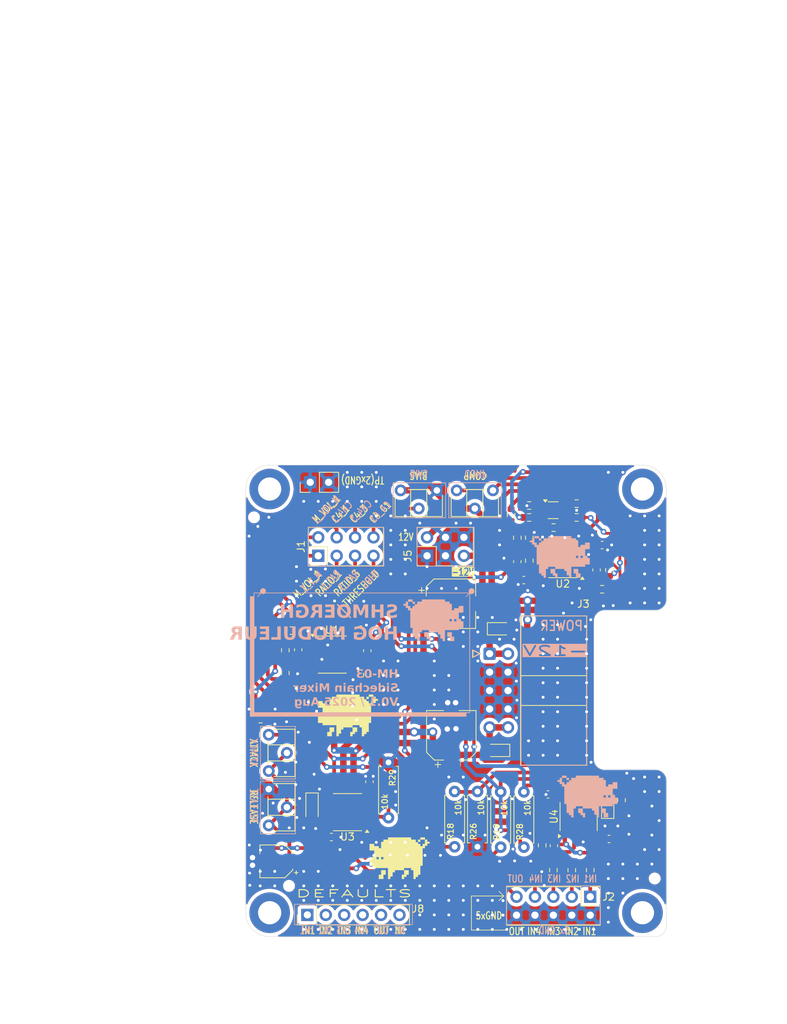
<source format=kicad_pcb>
(kicad_pcb (version 20241229) (generator "pcbnew") (generator_version "9.0")
  (layers (0 "F.Cu" signal) (2 "B.Cu" signal) (13 "F.Paste" user) (15 "B.Paste" user) (5 "F.SilkS" user "F.Silkscreen") (7 "B.SilkS" user "B.Silkscreen") (1 "F.Mask" user) (3 "B.Mask" user) (25 "Edge.Cuts" user))
  (net 0 "")
  (net 1 "GND")
  (net 2 "+12V")
  (net 3 "-12V")
  (net 4 "Net-(U3B--)")
  (net 5 "Net-(C10-Pad2)")
  (net 6 "Net-(U4A--)")
  (net 7 "Net-(U2B--)")
  (net 8 "Net-(C11-Pad2)")
  (net 9 "MAIN_VOL_1")
  (net 10 "MAIN_VOL_3")
  (net 11 "Net-(U1A--)")
  (net 12 "Net-(C13-Pad2)")
  (net 13 "Net-(U2A--)")
  (net 14 "Net-(D6-A)")
  (net 15 "Net-(D7-K)")
  (net 22 "Net-(C14-Pad2)")
  (net 23 "RATIO_3")
  (net 24 "Net-(D1-A)")
  (net 25 "Net-(D2-A)")
  (net 26 "Net-(D2-K)")
  (net 27 "CH_4_GAIN_1")
  (net 28 "CH_4_VOL_2")
  (net 29 "CH_4_GAIN_3_VOL_3")
  (net 30 "RATIO_1")
  (net 31 "THRESHOLD")
  (net 32 "OUT")
  (net 33 "IN_2")
  (net 34 "IN_3")
  (net 35 "IN_4")
  (net 36 "IN_1")
  (net 37 "Net-(Q1A-B1)")
  (net 38 "Net-(Q1A-E1)")
  (net 39 "Net-(Q1B-C2)")
  (net 40 "Net-(Q1A-C1)")
  (net 41 "Net-(R2-Pad2)")
  (net 42 "Net-(R3-Pad2)")
  (net 43 "Net-(R14-Pad1)")
  (net 44 "Net-(U4B-+)")
  (net 45 "Net-(U2B-+)")
  (footprint "Resistor_SMD:R_0603_1608Metric" (layer "F.Cu") (at 164.8712 141.409 90)
    (property "Reference" "R4")
    (property "Value" "100k")
  )
  (footprint "Capacitor_SMD:C_0603_1608Metric" (layer "F.Cu") (at 174.0914 140.5312 180)
    (property "Reference" "C8")
    (property "Value" "100n")
  )
  (footprint "Capacitor_SMD:CP_Elec_6.3x7.7" (layer "F.Cu") (at 152.2956 108.1096)
    (property "Reference" "C24")
    (property "Value" "100u")
  )
  (footprint "Shmoergh_Custom_Footprints:R_Axial_DIN0207_L6.3mm_D2.5mm_P7.62mm_Horizontal" (layer "F.Cu") (at 159.1536 141.663 90)
    (property "Reference" "R19")
    (property "Value" "10k")
  )
  (footprint "Capacitor_SMD:C_0603_1608Metric" (layer "F.Cu") (at 141.07 132.646 -90)
    (property "Reference" "C4")
    (property "Value" "100n")
  )
  (footprint "Connector_PinHeader_2.54mm:PinHeader_1x06_P2.54mm_Vertical" (layer "F.Cu") (at 132.5 151 90)
    (property "Reference" "J8")
    (property "Value" "Conn_01x06")
  )
  (footprint "Resistor_SMD:R_0603_1608Metric" (layer "F.Cu") (at 168.958 144.838 90)
    (property "Reference" "R5")
    (property "Value" "100k")
  )
  (footprint "Diode_SMD:D_SOD-323_HandSoldering" (layer "F.Cu") (at 133.144 136.202 -90)
    (property "Reference" "D2")
    (property "Value" "1N4148")
  )
  (footprint "Shmoergh_Logo:Gyeszno" (layer "F.Cu") (at 138.097 123.502)
    (property "Reference" "G***" (hide yes))
    (property "Value" "LOGO" (hide yes))
  )
  (footprint "Connector_PinHeader_2.54mm:PinHeader_2x03_P2.54mm_Vertical" (layer "F.Cu") (at 149 101.5 90)
    (property "Reference" "J5")
    (property "Value" "Conn_02x03_Odd_Even")
  )
  (footprint "Capacitor_SMD:CP_Elec_6.3x7.7" (layer "F.Cu") (at 152.3464 126.2452 90)
    (property "Reference" "C23")
    (property "Value" "100u")
  )
  (footprint "MountingHole:ToolingHole_1.152mm" (layer "F.Cu") (at 125.143 96.197)
    (property "Reference" "REF**" (hide yes))
    (property "Value" "ToolingHole_1.152mm")
  )
  (footprint "Resistor_SMD:R_0603_1608Metric" (layer "F.Cu") (at 174.1497 103.4518 -90)
    (property "Reference" "R13")
    (property "Value" "33k")
  )
  (footprint "Package_TO_SOT_SMD:SOT-363_SC-70-6" (layer "F.Cu") (at 166.3817 95.2168)
    (property "Reference" "Q1")
    (property "Value" "BC847BS")
  )
  (footprint "MountingHole:MountingHole_3.2mm_M3_DIN965_Pad" (layer "F.Cu") (at 178.7 150.7)
    (property "Reference" "H2")
    (property "Value" "MountingHole")
  )
  (footprint "Resistor_SMD:R_0603_1608Metric" (layer "F.Cu") (at 175.816 135.186 90)
    (property "Reference" "R15")
    (property "Value" "200k")
  )
  (footprint "Resistor_SMD:R_0603_1608Metric" (layer "F.Cu") (at 169.6227 96.2178 180)
    (property "Reference" "R12")
    (property "Value" "10k")
  )
  (footprint "Capacitor_SMD:C_0603_1608Metric" (layer "F.Cu") (at 173.1337 100.0228 180)
    (property "Reference" "C6")
    (property "Value" "100n")
  )
  (footprint "Resistor_SMD:R_0603_1608Metric" (layer "F.Cu") (at 160.5803 95.8922 -90)
    (property "Reference" "R21")
    (property "Value" "10k")
  )
  (footprint "Shmoergh_Custom_Footprints:R_Axial_DIN0207_L6.3mm_D2.5mm_P7.62mm_Horizontal" (layer "F.Cu") (at 152.8036 141.6122 90)
    (property "Reference" "R18")
    (property "Value" "10k")
  )
  (footprint "Package_SO:SOIC-8_3.9x4.9mm_P1.27mm" (layer "F.Cu") (at 135.938 115.12)
    (property "Reference" "U1")
    (property "Value" "TL072")
  )
  (footprint "Resistor_SMD:R_0603_1608Metric" (layer "F.Cu") (at 166.418 144.838 90)
    (property "Reference" "R6")
    (property "Value" "100k")
  )
  (footprint "Diode_SMD:D_SOD-323_HandSoldering" (layer "F.Cu") (at 173.911 135.694 90)
    (property "Reference" "D1")
    (property "Value" "1N4148")
  )
  (footprint "Package_SO:SOIC-8_3.9x4.9mm_P1.27mm" (layer "F.Cu") (at 138.035 136.837 180)
    (property "Reference" "U3")
    (property "Value" "TL072")
  )
  (footprint "Resistor_SMD:R_0603_1608Metric" (layer "F.Cu") (at 130.35 111.818)
    (property "Reference" "R10")
    (property "Value" "100k")
  )
  (footprint "MountingHole:MountingHole_3.2mm_M3_DIN965_Pad" (layer "F.Cu") (at 127.3 92.3)
    (property "Reference" "H1")
    (property "Value" "MountingHole")
  )
  (footprint "Capacitor_SMD:C_0603_1608Metric_Pad1.08x0.95mm_HandSolder" (layer "F.Cu") (at 140.764 114.5855 90)
    (property "Reference" "C12")
    (property "Value" "47p")
  )
  (footprint "Resistor_SMD:R_0603_1608Metric" (layer "F.Cu") (at 161.4497 99.0068 -90)
    (property "Reference" "R22")
    (property "Value" "10k")
  )
  (footprint "Resistor_SMD:R_0603_1608Metric" (layer "F.Cu") (at 163.0827 94.5668)
    (property "Reference" "R8")
    (property "Value" "220")
  )
  (footprint "Connector_PinHeader_2.54mm:PinHeader_2x05_P2.54mm_Vertical" (layer "F.Cu") (at 171.5 148.5 -90)
    (property "Reference" "J2")
    (property "Value" "Conn_02x05_Odd_Even")
  )
  (footprint "Package_SO:SOIC-8_3.9x4.9mm_P1.27mm" (layer "F.Cu") (at 167.7177 101.9628 180)
    (property "Reference" "U2")
    (property "Value" "TL072")
  )
  (footprint "Resistor_SMD:R_0603_1608Metric" (layer "F.Cu") (at 173.1337 106.1188 180)
    (property "Reference" "R14")
    (property "Value" "200k")
  )
  (footprint "Shmoergh_Custom_Footprints:R_Axial_DIN0207_L6.3mm_D2.5mm_P7.62mm_Horizontal" (layer "F.Cu") (at 162.354 141.663 90)
    (property "Reference" "R28")
    (property "Value" "10k")
  )
  (footprint "Shmoergh_Custom_Footprints:R_Axial_DIN0207_L6.3mm_D2.5mm_P7.62mm_Horizontal" (layer "F.Cu") (at 155.9532 141.6122 90)
    (property "Reference" "R26")
    (property "Value" "10k")
  )
  (footprint "Diode_SMD:D_SOD-323" (layer "F.Cu") (at 158.798 128.328 180)
    (property "Reference" "D6")
    (property "Value" "1N5817")
  )
  (footprint "Package_SO:SOIC-8_3.9x4.9mm_P1.27mm" (layer "F.Cu") (at 169.9004 137.4466 90)
    (property "Reference" "U4")
    (property "Value" "TL072")
  )
  (footprint "Connector_PinHeader_2.54mm:PinHeader_1x02_P2.54mm_Vertical" (layer "F.Cu") (at 132.89 91.371 90)
    (property "Reference" "J4")
    (property "Value" "Conn_01x02")
  )
  (footprint "Potentiometer_THT:Potentiometer_ACP_CA6-H2,5_Horizontal" (layer "F.Cu") (at 158.0868 92.484 -90)
    (property "Reference" "RV_COMP1")
    (property "Value" "10k")
  )
  (footprint "Resistor_SMD:R_0603_1608Metric" (layer "F.Cu") (at 129.461 117.66 90)
    (property "Reference" "R16")
    (property "Value" "100k")
  )
  (footprint "Capacitor_SMD:C_0603_1608Metric" (layer "F.Cu") (at 139.875 111.691)
    (property "Reference" "C1")
    (property "Value" "100n")
  )
  (footprint "Capacitor_SMD:C_0603_1608Metric" (layer "F.Cu") (at 132.763 119.438 90)
    (property "Reference" "C2")
    (property "Value" "100n")
  )
  (footprint "Capacitor_SMD:C_0603_1608Metric" (layer "F.Cu") (at 162.3387 104.8488 180)
    (property "Reference" "C5")
    (property "Value" "100n")
  )
  (footprint "Capacitor_SMD:CP_Elec_4x5.4" (layer "F.Cu") (at 128.2164 143.6188 180)
    (property "Reference" "C9")
    (property "Value" "10u")
  )
  (footprint "Resistor_SMD:R_0603_1608Metric" (layer "F.Cu") (at 163.1007 102.1818 -90)
    (property "Reference" "R23")
    (property "Value" "470k")
  )
  (footprint "Resistor_SMD:R_0603_1608Metric" (layer "F.Cu") (at 129.461 114.5225 90)
    (property "Reference" "R17")
    (property "Value" "100k")
  )
  (footprint "MountingHole:MountingHole_3.2mm_M3_DIN965_Pad" (layer "F.Cu") (at 178.7 92.3)
    (property "Reference" "H4")
    (property "Value" "MountingHole")
  )
  (footprint "MountingHole:ToolingHole_1.152mm" (layer "F.Cu") (at 129.969 146.997)
    (property "Reference" "REF**" (hide yes))
    (property "Value" "ToolingHole_1.152mm")
  )
  (footprint "Resistor_SMD:R_0603_1608Metric" (layer "F.Cu") (at 126.032 124.01 180)
    (property "Reference" "R11")
    (property "Value" "1k")
  )
  (footprint "Diode_SMD:D_SOD-323" (layer "F.Cu") (at 158.925 111.564)
    (property "Reference" "D7")
    (property "Value" "1N5817")
  )
  (footprint "Connector_IDC:IDC-Header_2x05_P2.54mm_Horizontal" (layer "F.Cu") (at 157.6245 115)
    (property "Reference" "J3")
    (property "Value" "Conn_02x05_Odd_Even")
  )
  (footprint "Resistor_SMD:R_0603_1608Metric" (layer "F.Cu") (at 169.6227 94.3128)
    (property "Reference" "R2")
    (property "Value" "100k")
  )
  (footprint "Resistor_SMD:R_0603_1608Metric" (layer "F.Cu") (at 166.4477 97.6148)
    (property "Reference" "R3")
    (property "Value" "100k")
  )
  (footprint "Capacitor_SMD:C_0603_1608Metric" (layer "F.Cu") (at 165.684 134.3986 180)
    (property "Reference" "C7")
    (property "Value" "100n")
  )
  (footprint "Resistor_SMD:R_0603_1608Metric" (layer "F.Cu") (at 163.0827 96.2178)
    (property "Reference" "R7")
    (property "Value" "100k")
  )
  (footprint "Potentiometer_THT:Potentiometer_ACP_CA6-H2,5_Horizontal" (layer "F.Cu") (at 127.175 133.662)
    (property "Reference" "RV_RELEASE1")
    (property "Value" "10-100k")
  )
  (footprint "Potentiometer_THT:Potentiometer_ACP_CA6-H2,5_Horizontal" (layer "F.Cu") (at 127.175 126.169)
    (property "Reference" "RV_ATTACK1")
    (property "Value" "10-100k")
  )
  (footprint "Capacitor_SMD:C_0603_1608Metric_Pad1.08x0.95mm_HandSolder" (layer "F.Cu") (at 172.3717 103.4518 -90)
    (property "Reference" "C14")
    (property "Value" "47p")
  )
  (footprint "MountingHole:MountingHole_3.2mm_M3_DIN965_Pad" (layer "F.Cu") (at 127.3 150.7)
    (property "Reference" "H3")
    (property "Value" "MountingHole")
  )
  (footprint "Capacitor_SMD:C_0603_1608Metric_Pad1.08x0.95mm_HandSolder" (layer "F.Cu") (at 161.4497 102.3088 -90)
    (property "Reference" "C11")
    (property "Value" "47p")
  )
  (footprint "MountingHole:ToolingHole_1.152mm" (layer "F.Cu") (at 180.388 145.981)
    (property "Reference" "REF**" (hide yes))
    (property "Value" "ToolingHole_1.152mm")
  )
  (footprint "Capacitor_SMD:C_0603_1608Metric" (layer "F.Cu") (at 135.811 140.266)
    (property "Reference" "C3")
    (property "Value" "100n")
  )
  (footprint "Connector_PinHeader_2.54mm:PinHeader_2x04_P2.54mm_Vertical" (layer "F.Cu") (at 134 101.5 90)
    (property "Reference" "J1")
    (property "Value" "Conn_02x04_Odd_Even")
  )
  (footprint "Capacitor_SMD:C_0603_1608Metric_Pad1.08x0.95mm_HandSolder" (layer "F.Cu") (at 166.4968 141.4598 90)
    (property "Reference" "C10")
    (property "Value" "47p")
  )
  (footprint "Shmoergh_Custom_Footprints:R_Axial_DIN0207_L6.3mm_D2.5mm_P7.62mm_Horizontal" (layer "F.Cu") (at 143.685 129.979 -90)
    (property "Reference" "R29")
    (property "Value" "10k")
  )
  (footprint "Resistor_SMD:R_0603_1608Metric" (layer "F.Cu") (at 163.1007 99.0068 -90)
    (property "Reference" "R24")
    (property "Value" "470k")
  )
  (footprint "Resistor_SMD:R_0603_1608Metric" (layer "F.Cu") (at 140.764 117.914 90)
    (property "Reference" "R9")
    (property "Value" "100k")
  )
  (footprint "Capacitor_SMD:C_0603_1608Metric_Pad1.08x0.95mm_HandSolder" (layer "F.Cu") (at 131.239 114.4585 90)
    (property "Reference" "C13")
    (property "Value" "47p")
  )
  (footprint "Resistor_SMD:R_0603_1608Metric" (layer "F.Cu") (at 171.498 144.838 90)
    (property "Reference" "R1")
    (property "Value" "100k")
  )
  (footprint "Shmoergh_Logo:Gyeszno" (layer "F.Cu") (at 145.209 143.187)
    (property "Reference" "G***" (hide yes))
    (property "Value" "LOGO" (hide yes))
  )
  (footprint "Potentiometer_THT:Potentiometer_ACP_CA6-H2,5_Horizontal" (layer "F.Cu") (at 150.3544 92.484 -90)
    (property "Reference" "RV_BIAS1")
    (property "Value" "100k")
  )
  (footprint "Shmoergh_Logo:Gyeszno" (layer "B.Cu") (at 149.885 110.391 180)
    (property "Reference" "G***" (hide yes))
    (property "Value" "LOGO" (hide yes))
  )
  (footprint "Shmoergh_Logo:Gyeszno" (layer "B.Cu") (at 167.307 101.658 180)
    (property "Reference" "G***" (hide yes))
    (property "Value" "LOGO" (hide yes))
  )
  (footprint "Shmoergh_Logo:Gyeszno" (layer "B.Cu") (at 171.117 134.678 180)
    (property "Reference" "G***" (hide yes))
    (property "Value" "LOGO" (hide yes))
  )
  (gr_line (start 158.925 147.759) (end 159.56 148.394) (stroke (width 0.1)) (layer "F.SilkS"))
  (gr_line (start 155.115 148.394) (end 155.115 153.093) (stroke (width 0.1)) (layer "F.SilkS"))
  (gr_line (start 155.115 153.093) (end 160.068 153.093) (stroke (width 0.1)) (layer "F.SilkS"))
  (gr_line (start 159.56 148.394) (end 155.115 148.394) (stroke (width 0.1)) (layer "F.SilkS"))
  (gr_line (start 159.56 148.394) (end 158.925 149.029) (stroke (width 0.1)) (layer "F.SilkS"))
  (gr_rect (start 147.622 97.594) (end 155.369 102.928) (stroke (width 0.1)) (fill no) (layer "B.SilkS"))
  (gr_rect (start 161.973 109.786) (end 170.99 130.36) (stroke (width 0.1)) (fill no) (layer "B.SilkS"))
  (gr_line (start 155.369 115.501) (end 155.369 114.485) (stroke (width 0.1)) (layer "B.SilkS"))
  (gr_rect (start 152.0035 91.4345) (end 159.2425 96.2605) (stroke (width 0.1)) (fill no) (layer "B.SilkS"))
  (gr_line (start 154.385 107.124) (end 155.135 106.374) (stroke (width 0.1)) (layer "B.SilkS"))
  (gr_line (start 156.385 114.993) (end 155.369 115.501) (stroke (width 0.1)) (layer "B.SilkS"))
  (gr_circle (center 126.385 106.374) (end 126.135 106.124) (stroke (width 0.1)) (fill yes) (layer "B.SilkS"))
  (gr_rect (start 126.032 132.5825) (end 130.858 139.8215) (stroke (width 0.1)) (fill no) (layer "B.SilkS"))
  (gr_rect (start 124.635 107.124) (end 125.135 123.624) (stroke (width 0.1)) (fill yes) (layer "B.SilkS"))
  (gr_circle (center 155.135 106.374) (end 154.885 106.124) (stroke (width 0.1)) (fill yes) (layer "B.SilkS"))
  (gr_rect (start 130.731 149.537) (end 146.987 152.331) (stroke (width 0.1)) (fill no) (layer "B.SilkS"))
  (gr_rect (start 159.941 146.997) (end 172.895 152.331) (stroke (width 0.1)) (fill no) (layer "B.SilkS"))
  (gr_line (start 155.369 114.485) (end 156.385 114.993) (stroke (width 0.1)) (layer "B.SilkS"))
  (gr_rect (start 126.032 125.026) (end 130.858 132.265) (stroke (width 0.1)) (fill no) (layer "B.SilkS"))
  (gr_rect (start 125.135 106.624) (end 154.885 123.124) (stroke (width 0.1)) (fill no) (layer "B.SilkS"))
  (gr_line (start 125.635 107.124) (end 126.385 106.374) (stroke (width 0.1)) (layer "B.SilkS"))
  (gr_rect (start 124.635 123.124) (end 154.385 123.624) (stroke (width 0.1)) (fill yes) (layer "B.SilkS"))
  (gr_rect (start 144.32 91.4345) (end 151.559 96.2605) (stroke (width 0.1)) (fill no) (layer "B.SilkS"))
  (gr_rect (start 132.636 97.594) (end 143.05 102.928) (stroke (width 0.1)) (fill no) (layer "B.SilkS"))
  (gr_line (start 173.5 109) (end 180.5 109) (stroke (width 0.05)) (layer "Edge.Cuts"))
  (gr_line (start 127.3 89) (end 178.7 89) (stroke (width 0.05)) (layer "Edge.Cuts"))
  (gr_arc (start 178.7 89) (mid 181.033452 89.966548) (end 182 92.3) (stroke (width 0.05)) (layer "Edge.Cuts"))
  (gr_arc (start 172 110.5) (mid 172.43934 109.43934) (end 173.5 109) (stroke (width 0.05)) (layer "Edge.Cuts"))
  (gr_line (start 172 129.5) (end 172 110.5) (stroke (width 0.05)) (layer "Edge.Cuts"))
  (gr_line (start 180.5 131) (end 173.5 131) (stroke (width 0.05)) (layer "Edge.Cuts"))
  (gr_arc (start 127.3 154) (mid 124.966548 153.033452) (end 124 150.7) (stroke (width 0.05)) (layer "Edge.Cuts"))
  (gr_line (start 180.5 154) (end 127.3 154) (stroke (width 0.05)) (layer "Edge.Cuts"))
  (gr_arc (start 124 92.3) (mid 124.966548 89.966548) (end 127.3 89) (stroke (width 0.05)) (layer "Edge.Cuts"))
  (gr_arc (start 182 152.5) (mid 181.56066 153.56066) (end 180.5 154) (stroke (width 0.05)) (layer "Edge.Cuts"))
  (gr_line (start 124 92.3) (end 124 150.7) (stroke (width 0.05)) (layer "Edge.Cuts"))
  (gr_arc (start 180.5 131) (mid 181.56066 131.43934) (end 182 132.5) (stroke (width 0.05)) (layer "Edge.Cuts"))
  (gr_arc (start 173.5 131) (mid 172.43934 130.56066) (end 172 129.5) (stroke (width 0.05)) (layer "Edge.Cuts"))
  (gr_line (start 182 132.5) (end 182 152.5) (stroke (width 0.05)) (layer "Edge.Cuts"))
  (gr_arc (start 182 107.5) (mid 181.56066 108.56066) (end 180.5 109) (stroke (width 0.05)) (layer "Edge.Cuts"))
  (gr_line (start 182 92.3) (end 182 107.5) (stroke (width 0.05)) (layer "Edge.Cuts"))
  (gr_text "IN3" (at 165.402 153.855 0) (layer "F.SilkS") (effects (font (size 1 0.75) (thickness 0.15) (bold yes)) (justify left bottom)))
  (gr_text "IN3" (at 136.573 153.728 0) (layer "F.SilkS") (effects (font (size 1 0.75) (thickness 0.15) (bold yes)) (justify left bottom)))
  (gr_text "THRESHOLD" (at 142.669 104.071 45) (layer "F.SilkS") (effects (font (size 1 0.75) (thickness 0.15) (bold yes)) (justify right bottom)))
  (gr_text "RATIO_1" (at 137.462 104.071 45) (layer "F.SilkS") (effects (font (size 1 0.75) (thickness 0.15) (bold yes)) (justify right bottom)))
  (gr_text "IN1" (at 131.62 153.728 0) (layer "F.SilkS") (effects (font (size 1 0.75) (thickness 0.15) (bold yes)) (justify left bottom)))
  (gr_text "C4_G1" (at 141.653 97.213 45) (layer "F.SilkS") (effects (font (size 1 0.75) (thickness 0.15) (bold yes)) (justify left bottom)))
  (gr_text "DEFAULTS" (at 130.731 148.648 0) (layer "F.SilkS") (effects (font (size 1 2.25) (thickness 0.15) (bold yes)) (justify left bottom)))
  (gr_text "COMP" (at 157.274 89.847 180) (layer "F.SilkS") (effects (font (size 1 0.75) (thickness 0.15) (bold yes)) (justify left bottom)))
  (gr_text "IN1" (at 170.355 153.855 0) (layer "F.SilkS") (effects (font (size 1 0.75) (thickness 0.15) (bold yes)) (justify left bottom)))
  (gr_text "OUT" (at 141.526 153.728 0) (layer "F.SilkS") (effects (font (size 1 0.75) (thickness 0.15) (bold yes)) (justify left bottom)))
  (gr_text "ATTACK" (at 124.508 126.677 270) (layer "F.SilkS") (effects (font (size 1 0.75) (thickness 0.15) (bold yes)) (justify left bottom)))
  (gr_text "TP(2xGND)" (at 143.177 90.482 180) (layer "F.SilkS") (effects (font (size 1 0.75) (thickness 0.15) (bold yes)) (justify left bottom)))
  (gr_text "NC" (at 144.447 153.728 0) (layer "F.SilkS") (effects (font (size 1 0.75) (thickness 0.15) (bold yes)) (justify left bottom)))
  (gr_text "IN4" (at 138.986 153.728 0) (layer "F.SilkS") (effects (font (size 1 0.75) (thickness 0.15) (bold yes)) (justify left bottom)))
  (gr_text "12V" (at 144.955 99.499 0) (layer "F.SilkS") (effects (font (size 1 0.75) (thickness 0.15) (bold yes)) (justify left bottom)))
  (gr_text "OUT" (at 160.195 153.855 0) (layer "F.SilkS") (effects (font (size 1 0.75) (thickness 0.15) (bold yes)) (justify left bottom)))
  (gr_text "M_VOL_1" (at 133.779 97.213 45) (layer "F.SilkS") (effects (font (size 1 0.75) (thickness 0.15) (bold yes)) (justify left bottom)))
  (gr_text "IN2" (at 167.942 153.855 0) (layer "F.SilkS") (effects (font (size 1 0.75) (thickness 0.15) (bold yes)) (justify left bottom)))
  (gr_text "IN2" (at 134.033 153.728 0) (layer "F.SilkS") (effects (font (size 1 0.75) (thickness 0.15) (bold yes)) (justify left bottom)))
  (gr_text "C4_3" (at 138.986 97.213 45) (layer "F.SilkS") (effects (font (size 1 0.75) (thickness 0.15) (bold yes)) (justify left bottom)))
  (gr_text "RELEASE" (at 124.508 133.662 270) (layer "F.SilkS") (effects (font (size 1 0.75) (thickness 0.15) (bold yes)) (justify left bottom)))
  (gr_text "C4_1" (at 136.446 97.213 45) (layer "F.SilkS") (effects (font (size 1 0.75) (thickness 0.15) (bold yes)) (justify left bottom)))
  (gr_text "-12V" (at 152.321 104.325 0) (layer "F.SilkS" knockout) (effects (font (size 1 0.75) (thickness 0.15) (bold yes)) (justify left bottom)))
  (gr_text "5xGND" (at 155.623 151.696 0) (layer "F.SilkS") (effects (font (size 1 0.75) (thickness 0.15) (bold yes)) (justify left bottom)))
  (gr_text "BIAS" (at 149.146 89.847 180) (layer "F.SilkS") (effects (font (size 1 0.75) (thickness 0.15) (bold yes)) (justify left bottom)))
  (gr_text "RATIO_3" (at 140.002 104.071 45) (layer "F.SilkS") (effects (font (size 1 0.75) (thickness 0.15) (bold yes)) (justify right bottom)))
  (gr_text "IN4" (at 162.735 153.855 0) (layer "F.SilkS") (effects (font (size 1 0.75) (thickness 0.15) (bold yes)) (justify left bottom)))
  (gr_text "M_VOL_1" (at 134.668 104.071 45) (layer "F.SilkS") (effects (font (size 1 0.75) (thickness 0.15) (bold yes)) (justify right bottom)))
  (gr_text "OUT" (at 142.669 153.728 0) (layer "B.SilkS") (effects (font (size 1 0.75) (thickness 0.15) (bold yes)) (justify bottom mirror)))
  (gr_text "ATTACK" (at 124.508 128.582 270) (layer "B.SilkS") (effects (font (size 1 0.75) (thickness 0.15) (bold yes)) (justify bottom mirror)))
  (gr_text "SHMØERGH \nHOG MODULEUR" (at 145.046 113.374 0) (layer "B.SilkS") (effects (font (size 1.8 1.8) (thickness 0.28) (bold yes)) (justify left bottom mirror)))
  (gr_text "NC" (at 145.209 153.728 0) (layer "B.SilkS") (effects (font (size 1 0.75) (thickness 0.15) (bold yes)) (justify bottom mirror)))
  (gr_text "RELEASE" (at 124.508 135.948 270) (layer "B.SilkS") (effects (font (size 1 0.75) (thickness 0.15) (bold yes)) (justify bottom mirror)))
  (gr_text "RAT_1" (at 137.335 104.071 45) (layer "B.SilkS") (effects (font (size 1 0.75) (thickness 0.15) (bold yes)) (justify left bottom mirror)))
  (gr_text "RAT_3" (at 139.875 104.071 45) (layer "B.SilkS") (effects (font (size 1 0.75) (thickness 0.15) (bold yes)) (justify left bottom mirror)))
  (gr_text "IN4" (at 139.875 153.728 0) (layer "B.SilkS") (effects (font (size 1 0.75) (thickness 0.15) (bold yes)) (justify bottom mirror)))
  (gr_text "THRS" (at 142.669 104.071 45) (layer "B.SilkS") (effects (font (size 1 0.75) (thickness 0.15) (bold yes)) (justify left bottom mirror)))
  (gr_text "5x GND" (at 168.704 153.728 0) (layer "B.SilkS") (effects (font (size 1 0.75) (thickness 0.15) (bold yes)) (justify left bottom mirror)))
  (gr_text "M_V_3" (at 134.795 104.198 45) (layer "B.SilkS") (effects (font (size 1 0.75) (thickness 0.15) (bold yes)) (justify left bottom mirror)))
  (gr_text "BIAS" (at 147.876 89.593 180) (layer "B.SilkS") (effects (font (size 1 0.75) (thickness 0.15) (bold yes)) (justify bottom mirror)))
  (gr_text "CH4_1" (at 136.319 97.213 45) (layer "B.SilkS") (effects (font (size 1 0.75) (thickness 0.15) (bold yes)) (justify right bottom mirror)))
  (gr_text "IN3" (at 137.462 153.728 0) (layer "B.SilkS") (effects (font (size 1 0.75) (thickness 0.15) (bold yes)) (justify bottom mirror)))
  (gr_text "M_VOL_1" (at 133.779 97.34 45) (layer "B.SilkS") (effects (font (size 1 0.75) (thickness 0.15) (bold yes)) (justify right bottom mirror)))
  (gr_text "HM-03 \nSidechain Mixer\nV0.1 / 2025 Aug" (at 145.046 122.374 0) (layer "B.SilkS") (effects (font (size 1.15 1.15) (thickness 0.2) (bold yes)) (justify left bottom mirror)))
  (gr_text "IN4" (at 165.021 146.616 0) (layer "B.SilkS") (effects (font (size 1 0.75) (thickness 0.15) (bold yes)) (justify left bottom mirror)))
  (gr_text "CH4_3" (at 138.986 97.086 45) (layer "B.SilkS") (effects (font (size 1 0.75) (thickness 0.15) (bold yes)) (justify right bottom mirror)))
  (gr_text "IN3" (at 167.561 146.616 0) (layer "B.SilkS") (effects (font (size 1 0.75) (thickness 0.15) (bold yes)) (justify left bottom mirror)))
  (gr_text "IN1" (at 132.382 153.728 0) (layer "B.SilkS") (effects (font (size 1 0.75) (thickness 0.15) (bold yes)) (justify bottom mirror)))
  (gr_text "IN2" (at 170.101 146.616 0) (layer "B.SilkS") (effects (font (size 1 0.75) (thickness 0.15) (bold yes)) (justify left bottom mirror)))
  (gr_text "C4_G1" (at 141.653 97.213 45) (layer "B.SilkS") (effects (font (size 1 0.75) (thickness 0.15) (bold yes)) (justify right bottom mirror)))
  (gr_text "IN1" (at 172.514 146.616 0) (layer "B.SilkS") (effects (font (size 1 0.75) (thickness 0.15) (bold yes)) (justify left bottom mirror)))
  (gr_text "IN2" (at 134.922 153.728 0) (layer "B.SilkS") (effects (font (size 1 0.75) (thickness 0.15) (bold yes)) (justify bottom mirror)))
  (gr_text "OUT" (at 162.354 146.616 0) (layer "B.SilkS") (effects (font (size 1 0.75) (thickness 0.15) (bold yes)) (justify left bottom mirror)))
  (gr_text "COMP" (at 155.75 89.593 180) (layer "B.SilkS") (effects (font (size 1 0.75) (thickness 0.15) (bold yes)) (justify bottom mirror)))
  (gr_text "-12V" (at 171.371 115.374 0) (layer "B.SilkS" knockout) (effects (font (size 1.3 2.25) (thickness 0.25) (bold yes)) (justify left bottom mirror)))
  (gr_text "POWER" (at 170.609 111.945 0) (layer "B.SilkS") (effects (font (size 1.35 1.15) (thickness 0.2) (bold yes)) (justify left bottom mirror)))
  (segment (start 167.3317 95.2168) (end 169.6077 95.2168) (width 0.381) (layer "F.Cu") (net 1))
  (segment (start 169.6077 95.2168) (end 169.6227 95.2318) (width 0.381) (layer "F.Cu") (net 1))
  (via (at 144.574 131.249) (size 0.8) (drill 0.4) (layers "F.Cu" "B.Cu") (net 1))
  (via (at 142 147) (size 0.8) (drill 0.4) (layers "F.Cu" "B.Cu") (net 1))
  (via (at 179 134) (size 0.8) (drill 0.4) (layers "F.Cu" "B.Cu") (net 1))
  (via (at 143 122) (size 0.8) (drill 0.4) (layers "F.Cu" "B.Cu") (net 1))
  (via (at 160.740437 135) (size 0.8) (drill 0.4) (layers "F.Cu" "B.Cu") (net 1))
  (via (at 159.601661 101.830816) (size 0.8) (drill 0.4) (layers "F.Cu" "B.Cu") (net 1))
  (via (at 160 153) (size 0.8) (drill 0.4) (layers "F.Cu" "B.Cu") (net 1))
  (via (at 141.578709 131.888715) (size 0.8) (drill 0.4) (layers "F.Cu" "B.Cu") (net 1))
  (via (at 134 149) (size 0.8) (drill 0.4) (layers "F.Cu" "B.Cu") (net 1))
  (via (at 179 100) (size 0.8) (drill 0.4) (layers "F.Cu" "B.Cu") (net 1))
  (via (at 138 92) (size 0.8) (drill 0.4) (layers "F.Cu" "B.Cu") (net 1))
  (via (at 167.814094 109.403057) (size 0.8) (drill 0.4) (layers "F.Cu" "B.Cu") (net 1))
  (via (at 165.160442 146.942422) (size 0.8) (drill 0.4) (layers "F.Cu" "B.Cu") (net 1))
  (via (at 173.891844 100.699528) (size 0.8) (drill 0.4) (layers "F.Cu" "B.Cu") (net 1))
  (via (at 152 147) (size 0.8) (drill 0.4) (layers "F.Cu" "B.Cu") (net 1))
  (via (at 161.317548 118.774024) (size 0.8) (drill 0.4) (layers "F.Cu" "B.Cu") (net 1))
  (via (at 144 141) (size 0.8) (drill 0.4) (layers "F.Cu" "B.Cu") (net 1))
  (via (at 153 97) (size 0.8) (drill 0.4) (layers "F.Cu" "B.Cu") (net 1))
  (via (at 181 138) (size 0.8) (drill 0.4) (layers "F.Cu" "B.Cu") (net 1))
  (via (at 157 140) (size 0.8) (drill 0.4) (layers "F.Cu" "B.Cu") (net 1))
  (via (at 177.482788 132.208051) (size 0.8) (drill 0.4) (layers "F.Cu" "B.Cu") (net 1))
  (via (at 174 152) (size 0.8) (drill 0.4) (layers "F.Cu" "B.Cu") (net 1))
  (via (at 167 125) (size 0.8) (drill 0.4) (layers "F.Cu" "B.Cu") (net 1))
  (via (at 138.728569 122.201029) (size 0.8) (drill 0.4) (layers "F.Cu" "B.Cu") (net 1))
  (via (at 150 122) (size 0.8) (drill 0.4) (layers "F.Cu" "B.Cu") (net 1))
  (via (at 140 90) (size 0.8) (drill 0.4) (layers "F.Cu" "B.Cu") (net 1))
  (via (at 132 149) (size 0.8) (drill 0.4) (layers "F.Cu" "B.Cu") (net 1))
  (via (at 162.886392 106.278377) (size 0.8) (drill 0.4) (layers "F.Cu" "B.Cu") (net 1))
  (via (at 152 118) (size 0.8) (drill 0.4) (layers "F.Cu" "B.Cu") (net 1))
  (via (at 176.545026 131.47415) (size 0.8) (drill 0.4) (layers "F.Cu" "B.Cu") (net 1))
  (via (at 142 149) (size 0.8) (drill 0.4) (layers "F.Cu" "B.Cu") (net 1))
  (via (at 124.495387 141.364838) (size 0.8) (drill 0.4) (layers "F.Cu" "B.Cu") (net 1))
  (via (at 127.188503 96.1939) (size 0.8) (drill 0.4) (layers "F.Cu" "B.Cu") (net 1))
  (via (at 132 147) (size 0.8) (drill 0.4) (layers "F.Cu" "B.Cu") (net 1))
  (via (at 138 90) (size 0.8) (drill 0.4) (layers "F.Cu" "B.Cu") (net 1))
  (via (at 176 146) (size 0.8) (drill 0.4) (layers "F.Cu" "B.Cu") (net 1))
  (via (at 165.019612 105.627402) (size 0.8) (drill 0.4) (layers "F.Cu" "B.Cu") (net 1))
  (via (at 177 96) (size 0.8) (drill 0.4) (layers "F.Cu" "B.Cu") (net 1))
  (via (at 154 149) (size 0.8) (drill 0.4) (layers "F.Cu" "B.Cu") (net 1))
  (via (at 167 127) (size 0.8) (drill 0.4) (layers "F.Cu" "B.Cu") (net 1))
  (via (at 138.26162 107.728397) (size 0.8) (drill 0.4) (layers "F.Cu" "B.Cu") (net 1))
  (via (at 165 129) (size 0.8) (drill 0.4) (layers "F.Cu" "B.Cu") (net 1))
  (via (at 140.534275 131.891782) (size 0.8) (drill 0.4) (layers "F.Cu" "B.Cu") (net 1))
  (via (at 151.846475 121.746093) (size 1.27) (drill 0.75) (layers "F.Cu" "B.Cu") (net 1))
  (via (at 158 151) (size 0.8) (drill 0.4) (layers "F.Cu" "B.Cu") (net 1))
  (via (at 152.993739 125.343291) (size 1.27) (drill 0.75) (layers "F.Cu" "B.Cu") (net 1))
  (via (at 128 145) (size 0.8) (drill 0.4) (layers "F.Cu" "B.Cu") (net 1))
  (via (at 132 94) (size 0.8) (drill 0.4) (layers "F.Cu" "B.Cu") (net 1))
  (via (at 148 149) (size 0.8) (drill 0.4) (layers "F.Cu" "B.Cu") (net 1))
  (via (at 163 129) (size 0.8) (drill 0.4) (layers "F.Cu" "B.Cu") (net 1))
  (via (at 124.936593 143.105807) (size 1.27) (drill 0.75) (layers "F.Cu" "B.Cu") (net 1))
  (via (at 126.032898 142.063707) (size 0.8) (drill 0.4) (layers "F.Cu" "B.Cu") (net 1))
  (via (at 131.428062 134.947883) (size 0.8) (drill 0.4) (layers "F.Cu" "B.Cu") (net 1))
  (via (at 152 132) (size 0.8) (drill 0.4) (layers "F.Cu" "B.Cu") (net 1))
  (via (at 167 115) (size 0.8) (drill 0.4) (layers "F.Cu" "B.Cu") (net 1))
  (via (at 156 114) (size 0.8) (drill 0.4) (layers "F.Cu" "B.Cu") (net 1))
  (via (at 181 100) (size 0.8) (drill 0.4) (layers "F.Cu" "B.Cu") (net 1))
  (via (at 173.317407 108.414105) (size 0.8) (drill 0.4) (layers "F.Cu" "B.Cu") (net 1))
  (via (at 135.299173 113.802754) (size 0.8) (drill 0.4) (layers "F.Cu" "B.Cu") (net 1))
  (via (at 160.845631 141.928689) (size 0.8) (drill 0.4) (layers "F.Cu" "B.Cu") (net 1))
  (via (at 150 151) (size 0.8) (drill 0.4) (layers "F.Cu" "B.Cu") (net 1))
  (via (at 152 151) (size 0.8) (drill 0.4) (layers "F.Cu" "B.Cu") (net 1))
  (via (at 136 94) (size 0.8) (drill 0.4) (layers "F.Cu" "B.Cu") (net 1))
  (via (at 152 120) (size 0.8) (drill 0.4) (layers "F.Cu" "B.Cu") (net 1))
  (via (at 154 153) (size 0.8) (drill 0.4) (layers "F.Cu" "B.Cu") (net 1))
  (via (at 154 132) (size 0.8) (drill 0.4) (layers "F.Cu" "B.Cu") (net 1))
  (via (at 170.846038 111.249675) (size 0.8) (drill 0.4) (layers "F.Cu" "B.Cu") (net 1))
  (via (at 165 111) (size 0.8) (drill 0.4) (layers "F.Cu" "B.Cu") (net 1))
  (via (at 143 116) (size 0.8) (drill 0.4) (layers "F.Cu" "B.Cu") (net 1))
  (via (at 146 102) (size 0.8) (drill 0.4) (layers "F.Cu" "B.Cu") (net 1))
  (via (at 134.168597 133.661024) (size 0.8) (drill 0.4) (layers "F.Cu" "B.Cu") (net 1))
  (via (at 130.903786 133.041424) (size 0.8) (drill 0.4) (layers "F.Cu" "B.Cu") (net 1))
  (via (at 132.77698 127.21275) (size 0.8) (drill 0.4) (layers "F.Cu" "B.Cu") (net 1))
  (via (at 146 149) (size 0.8) (drill 0.4) (layers "F.Cu" "B.Cu") (net 1))
  (via (at 146 141) (size 0.8) (drill 0.4) (layers "F.Cu" "B.Cu") (net 1))
  (via (at 163.30207 143.593481) (size 0.8) (drill 0.4) (layers "F.Cu" "B.Cu") (net 1))
  (via (at 144 104) (size 0.8) (drill 0.4) (layers "F.Cu" "B.Cu") (net 1))
  (via (at 174 150) (size 0.8) (drill 0.4) (layers "F.Cu" "B.Cu") (net 1))
  (via (at 134 94) (size 0.8) (drill 0.4) (layers "F.Cu" "B.Cu") (net 1))
  (via (at 165 117) (size 0.8) (drill 0.4) (layers "F.Cu" "B.Cu") (net 1))
  (via (at 142 96) (size 0.8) (drill 0.4) (layers "F.Cu" "B.Cu") (net 1))
  (via (at 164.811997 145.045334) (size 0.8) (drill 0.4) (layers "F.Cu" "B.Cu") (net 1))
  (via (at 169.6227 95.2318) (size 0.8) (drill 0.4) (layers "F.Cu" "B.Cu") (net 1))
  (via (at 156 153) (size 0.8) (drill 0.4) (layers "F.Cu" "B.Cu") (net 1))
  (via (at 132 153) (size 0.8) (drill 0.4) (layers "F.Cu" "B.Cu") (net 1))
  (via (at 143 118) (size 0.8) (drill 0.4) (layers "F.Cu" "B.Cu") (net 1))
  (via (at 176.832 139.885) (size 0.8) (drill 0.4) (layers "F.Cu" "B.Cu") (net 1))
  (via (at 171.574442 110.313156) (size 0.8) (drill 0.4) (layers "F.Cu" "B.Cu") (net 1))
  (via (at 174 144) (size 0.8) (drill 0.4) (layers "F.Cu" "B.Cu") (net 1))
  (via (at 171 113) (size 0.8) (drill 0.4) (layers "F.Cu" "B.Cu") (net 1))
  (via (at 134.504098 115.77544) (size 0.8) (drill 0.4) (layers "F.Cu" "B.Cu") (net 1))
  (via (at 165.400233 134.404581) (size 0.8) (drill 0.4) (layers "F.Cu" "B.Cu") (net 1))
  (via (at 144 153) (size 0.8) (drill 0.4) (layers "F.Cu" "B.Cu") (net 1))
  (via (at 140 141) (size 0.8) (drill 0.4) (layers "F.Cu" "B.Cu") (net 1))
  (via (at 129.632071 124.382332) (size 0.8) (drill 0.4) (layers "F.Cu" "B.Cu") (net 1))
  (via (at 148 153) (size 0.8) (drill 0.4) (layers "F.Cu" "B.Cu") (net 1))
  (via (at 159.476485 151.028757) (size 0.8) (drill 0.4) (layers "F.Cu" "B.Cu") (net 1))
  (via (at 179 106) (size 0.8) (drill 0.4) (layers "F.Cu" "B.Cu") (net 1))
  (via (at 126 147) (size 0.8) (drill 0.4) (layers "F.Cu" "B.Cu") (net 1))
  (via (at 144 147) (size 0.8) (drill 0.4) (layers "F.Cu" "B.Cu") (net 1))
  (via (at 124.530331 145.243559) (size 0.8) (drill 0.4) (layers "F.Cu" "B.Cu") (net 1))
  (via (at 136 153) (size 0.8) (drill 0.4) (layers "F.Cu" "B.Cu") (net 1))
  (via (at 138 94) (size 0.8) (drill 0.4) (layers "F.Cu" "B.Cu") (net 1))
  (via (at 181 108) (size 0.8) (drill 0.4) (layers "F.Cu" "B.Cu") (net 1))
  (via (at 158 110) (size 0.8) (drill 0.4) (layers "F.Cu" "B.Cu") (net 1))
  (via (at 146 98) (size 0.8) (drill 0.4) (layers "F.Cu" "B.Cu") (net 1))
  (via (at 159 100) (size 0.8) (drill 0.4) (layers "F.Cu" "B.Cu") (net 1))
  (via (at 152.935909 121.751998) (size 1.27) (drill 0.75) (layers "F.Cu" "B.Cu") (net 1))
  (via (at 141.666364 142.792151) (size 0.8) (drill 0.4) (layers "F.Cu" "B.Cu") (net 1))
  (via (at 170.52916 140.944818) (size 0.8) (drill 0.4) (layers "F.Cu" "B.Cu") (net 1))
  (via (at 179 104) (size 0.8) (drill 0.4) (layers "F.Cu" "B.Cu") (net 1))
  (via (at 146.290816 142.770741) (size 0.8) (drill 0.4) (layers "F.Cu" "B.Cu") (net 1))
  (via (at 126.328284 136.997327) (size 0.8) (drill 0.4) (layers "F.Cu" "B.Cu") (net 1))
  (via (at 152 113) (size 0.8) (drill 0.4) (layers "F.Cu" "B.Cu") (net 1))
  (via (at 136.248326 107.728397) (size 0.8) (drill 0.4) (layers "F.Cu" "B.Cu") (net 1))
  (via (at 150 147) (size 0.8) (drill 0.4) (layers "F.Cu" "B.Cu") (net 1))
  (via (at 152 153) (size 0.8) (drill 0.4) (layers "F.Cu" "B.Cu") (net 1))
  (via (at 140.274913 107.77034) (size 0.8) (drill 0.4) (layers "F.Cu" "B.Cu") (net 1))
  (via (at 165 115) (size 0.8) (drill 0.4) (layers "F.Cu" "B.Cu") (net 1))
  (via (at 159.004585 143.612839) (size 0.8) (drill 0.4) (layers "F.Cu" "B.Cu") (net 1))
  (via (at 138 153) (size 0.8) (drill 0.4) (layers "F.Cu" "B.Cu") (net 1))
  (via (at 163 127) (size 0.8) (drill 0.4) (layers "F.Cu" "B.Cu") (net 1))
  (via (at 154 112) (size 0.8) (drill 0.4) (layers "F.Cu" "B.Cu") (net 1))
  (via (at 176.832 137.345) (size 0.8) (drill 0.4) (layers "F.Cu" "B.Cu") (net 1))
  (via (at 161.371597 111.741328) (size 0.8) (drill 0.4) (layers "F.Cu" "B.Cu") (net 1))
  (via (at 156 116) (size 0.8) (drill 0.4) (layers "F.Cu" "B.Cu") (net 1))
  (via (at 171 127) (size 0.8) (drill 0.4) (layers "F.Cu" "B.Cu") (net 1))
  (via (at 131.15098 117.765492) (size 0.8) (drill 0.4) (layers "F.Cu" "B.Cu") (net 1))
  (via (at 178 146) (size 0.8) (drill 0.4) (layers "F.Cu" "B.Cu") (net 1))
  (via (at 154 140) (size 0.8) (drill 0.4) (layers "F.Cu" "B.Cu") (net 1))
  (via (at 153 103) (size 0.8) (drill 0.4) (layers "F.Cu" "B.Cu") (net 1))
  (via (at 142 94) (size 0.8) (drill 0.4) (layers "F.Cu" "B.Cu") (net 1))
  (via (at 156 151) (size 0.8) (drill 0.4) (layers "F.Cu" "B.Cu") (net 1))
  (via (at 161.572774 105.46166) (size 0.8) (drill 0.4) (layers "F.Cu" "B.Cu") (net 1))
  (via (at 127.781959 135.591313) (size 0.8) (drill 0.4) (layers "F.Cu" "B.Cu") (net 1))
  (via (at 150 153) (size 0.8) (drill 0.4) (layers "F.Cu" "B.Cu") (net 1))
  (via (at 128 147) (size 0.8) (drill 0.4) (layers "F.Cu" "B.Cu") (net 1))
  (via (at 128.024673 124.696823) (size 0.8) (drill 0.4) (layers "F.Cu" "B.Cu") (net 1))
  (via (at 146 147) (size 0.8) (drill 0.4) (layers "F.Cu" "B.Cu") (net 1))
  (via (at 124.460444 122.635161) (size 0.8) (drill 0.4) (layers "F.Cu" "B.Cu") (net 1))
  (via (at 151.786797 125.379427) (size 1.27) (drill 0.75) (layers "F.Cu" "B.Cu") (net 1))
  (via (at 175.308 138.742) (size 0.8) (drill 0.4) (layers "F.Cu" "B.Cu") (net 1))
  (via (at 133 107) (size 0.8) (drill 0.4) (layers "F.Cu" "B.Cu") (net 1))
  (via (at 164.9237 98.9148) (size 0.8) (drill 0.4) (layers "F.Cu" "B.Cu") (net 1))
  (via (at 173.53 138.742) (size 0.8) (drill 0.4) (layers "F.Cu" "B.Cu") (net 1))
  (via (at 171 119) (size 0.8) (drill 0.4) (layers "F.Cu" "B.Cu") (net 1))
  (via (at 176 144) (size 0.8) (drill 0.4) (layers "F.Cu" "B.Cu") (net 1))
  (via (at 140 92) (size 0.8) (drill 0.4) (layers "F.Cu" "B.Cu") (net 1))
  (via (at 130.903786 129.943429) (size 0.8) (drill 0.4) (layers "F.Cu" "B.Cu") (net 1))
  (via (at 158 149) (size 0.8) (drill 0.4) (layers "F.Cu" "B.Cu") (net 1))
  (via (at 167 117) (size 0.8) (drill 0.4) (layers "F.Cu" "B.Cu") (net 1))
  (via (at 128.059617 122.635161) (size 0.8) (drill 0.4) (layers "F.Cu" "B.Cu") (net 1))
  (via (at 140 149) (size 0.8) (drill 0.4) (layers "F.Cu" "B.Cu") (net 1))
  (via (at 125.678532 97.452209) (size 0.8) (drill 0.4) (layers "F.Cu" "B.Cu") (net 1))
  (via (at 159 98) (size 0.8) (drill 0.4) (layers "F.Cu" "B.Cu") (net 1))
  (via (at 167 123) (size 0.8) (drill 0.4) (layers "F.Cu" "B.Cu") (net 1))
  (via (at 154 147) (size 0.8) (drill 0.4) (layers "F.Cu" "B.Cu") (net 1))
  (via (at 140.637 111.056) (size 0.8) (drill 0.4) (layers "F.Cu" "B.Cu") (net 1))
  (via (at 181 134) (size 0.8) (drill 0.4) (layers "F.Cu" "B.Cu") (net 1))
  (via (at 134.990017 103.324316) (size 0.8) (drill 0.4) (layers "F.Cu" "B.Cu") (net 1))
  (via (at 136.700826 112.128557) (size 0.8) (drill 0.4) (layers "F.Cu" "B.Cu") (net 1))
  (via (at 144 149) (size 0.8) (drill 0.4) (layers "F.Cu" "B.Cu") (net 1))
  (via (at 148.710089 142.792151) (size 0.8) (drill 0.4) (layers "F.Cu" "B.Cu") (net 1))
  (via (at 136 147) (size 0.8) (drill 0.4) (layers "F.Cu" "B.Cu") (net 1))
  (via (at 165 127) (size 0.8) (drill 0.4) (layers "F.Cu" "B.Cu") (net 1))
  (via (at 146 96) (size 0.8) (drill 0.4) (layers "F.Cu" "B.Cu") (net 1))
  (via (at 148 147) (size 0.8) (drill 0.4) (layers "F.Cu" "B.Cu") (net 1))
  (via (at 126 145) (size 0.8) (drill 0.4) (layers "F.Cu" "B.Cu") (net 1))
  (via (at 131 107) (size 0.8) (drill 0.4) (layers "F.Cu" "B.Cu") (net 1))
  (via (at 149 106) (size 0.8) (drill 0.4) (layers "F.Cu" "B.Cu") (net 1))
  (via (at 179 108) (size 0.8) (drill 0.4) (layers "F.Cu" "B.Cu") (net 1))
  (via (at 156 147) (size 0.8) (drill 0.4) (layers "F.Cu" "B.Cu") (net 1))
  (via (at 138.750905 120.391766) (size 0.8) (drill 0.4) (layers "F.Cu" "B.Cu") (net 1))
  (via (at 148 97) (size 0.8) (drill 0.4) (layers "F.Cu" "B.Cu") (net 1))
  (via (at 144 98) (size 0.8) (drill 0.4) (layers "F.Cu" "B.Cu") (net 1))
  (via (at 124.565274 146.920843) (size 0.8) (drill 0.4) (layers "F.Cu" "B.Cu") (net 1))
  (via (at 150 116) (size 0.8) (drill 0.4) (layers "F.Cu" "B.Cu") (net 1))
  (via (at 137 142) (size 0.8) (drill 0.4) (layers "F.Cu" "B.Cu") (net 1))
  (via (at 161.290539 116.290539) (size 0.8) (drill 0.4) (layers "F.Cu" "B.Cu") (net 1))
  (via (at 161.396935 121.413646) (size 0.8) (drill 0.4) (layers "F.Cu" "B.Cu") (net 1))
  (via (at 129.473941 131.349442) (size 0.8) (drill 0.4) (layers "F.Cu" "B.Cu") (net 1))
  (via (at 165 119) (size 0.8) (drill 0.4) (layers "F.Cu" "B.Cu") (net 1))
  (via (at 179 142) (size 0.8) (drill 0.4) (layers "F.Cu" "B.Cu") (net 1))
  (via (at 158 153) (size 0.8) (drill 0.4) (layers "F.Cu" "B.Cu") (net 1))
  (via (at 142 90) (size 0.8) (drill 0.4) (layers "F.Cu" "B.Cu") (net 1))
  (via (at 130 139) (size 0.8) (drill 0.4) (layers "F.Cu" "B.Cu") (net 1))
  (via (at 144 96) (size 0.8) (drill 0.4) (layers "F.Cu" "B.Cu") (net 1))
  (via (at 154 151) (size 0.8) (drill 0.4) (layers "F.Cu" "B.Cu") (net 1))
  (via (at 165 125) (size 0.8) (drill 0.4) (layers "F.Cu" "B.Cu") (net 1))
  (via (at 130.950388 119.770117) (size 0.8) (drill 0.4) (layers "F.Cu" "B.Cu") (net 1))
  (via (at 157.556244 135) (size 0.8) (drill 0.4) (layers "F.Cu" "B.Cu") (net 1))
  (via (at 137.123608 140.285968) (size 0.8) (drill 0.4) (layers "F.Cu" "B.Cu") (net 1))
  (via (at 132.976723 103.36626) (size 0.8) (drill 0.4) (layers "F.Cu" "B.Cu") (net 1))
  (via (at 168 153) (size 0.8) (drill 0.4) (layers "F.Cu" "B.Cu") (net 1))
  (via (at 171 129) (size 0.8) (drill 0.4) (layers "F.Cu" "B.Cu") (net 1))
  (via (at 181 98) (size 0.8) (drill 0.4) (layers "F.Cu" "B.Cu") (net 1))
  (via (at 135 107) (size 0.8) (drill 0.4) (layers "F.Cu" "B.Cu") (net 1))
  (via (at 171 121) (size 0.8) (drill 0.4) (layers "F.Cu" "B.Cu") (net 1))
  (via (at 158 147) (size 0.8) (drill 0.4) (layers "F.Cu" "B.Cu") (net 1))
  (via (at 144 102) (size 0.8) (drill 0.4) (layers "F.Cu" "B.Cu") (net 1))
  (via (at 163.7807 98.2798) (size 0.8) (drill 0.4) (layers "F.Cu" "B.Cu") (net 1))
  (via (at 142 92) (size 0.8) (drill 0.4) (layers "F.Cu" "B.Cu") (net 1))
  (via (at 138.795579 118.582504) (size 0.8) (drill 0.4) (layers "F.Cu" "B.Cu") (net 1))
  (via (at 148 151) (size 0.8) (drill 0.4) (layers "F.Cu" "B.Cu") (net 1))
  (via (at 151 106) (size 0.8) (drill 0.4) (layers "F.Cu" "B.Cu") (net 1))
  (via (at 181 132) (size 0.8) (drill 0.4) (layers "F.Cu" "B.Cu") (net 1))
  (via (at 136 149) (size 0.8) (drill 0.4) (layers "F.Cu" "B.Cu") (net 1))
  (via (at 171.2737 101.3278) (size 0.8) (drill 0.4) (layers "F.Cu" "B.Cu") (net 1))
  (via (at 159.476485 149.028757) (size 0.8) (drill 0.4) (layers "F.Cu" "B.Cu") (net 1))
  (via (at 174 148) (size 0.8) (drill 0.4) (layers "F.Cu" "B.Cu") (net 1))
  (via (at 159 96) (size 0.8) (drill 0.4) (layers "F.Cu" "B.Cu") (net 1))
  (via (at 165 121) (size 0.8) (drill 0.4) (layers "F.Cu" "B.Cu") (net 1))
  (via (at 145 116) (size 0.8) (drill 0.4) (layers "F.Cu" "B.Cu") (net 1))
  (via (at 152 149) (size 0.8) (drill 0.4) (layers "F.Cu" "B.Cu") (net 1))
  (via (at 171.611583 129.965577) (size 0.8) (drill 0.4) (layers "F.Cu" "B.Cu") (net 1))
  (via (at 181 104) (size 0.8) (drill 0.4) (layers "F.Cu" "B.Cu") (net 1))
  (via (at 179 96) (size 0.8) (drill 0.4) (layers "F.Cu" "B.Cu") (net 1))
  (via (at 138 147) (size 0.8) (drill 0.4) (layers "F.Cu" "B.Cu") (net 1))
  (via (at 133.64432 139.094432) (size 0.8) (drill 0.4) (layers "F.Cu" "B.Cu") (net 1))
  (via (at 146 100) (size 0.8) (drill 0.4) (layers "F.Cu" "B.Cu") (net 1))
  (via (at 145 118) (size 0.8) (drill 0.4) (layers "F.Cu" "B.Cu") (net 1))
  (via (at 144.682695 135.866785) (size 0.8) (drill 0.4) (layers "F.Cu" "B.Cu") (net 1))
  (via (at 142 141) (size 0.8) (drill 0.4) (layers "F.Cu" "B.Cu") (net 1))
  (via (at 162.7604 94.5968) (size 0.8) (drill 0.4) (layers "F.Cu" "B.Cu") (net 1))
  (via (at 176 90) (size 0.8) (drill 0.4) (layers "F.Cu" "B.Cu") (net 1))
  (via (at 154 110) (size 0.8) (drill 0.4) (layers "F.Cu" "B.Cu") (net 1))
  (via (at 170 153) (size 0.8) (drill 0.4) (layers "F.Cu" "B.Cu") (net 1))
  (via (at 161.337395 123.834953) (size 0.8) (drill 0.4) (layers "F.Cu" "B.Cu") (net 1))
  (via (at 179 102) (size 0.8) (drill 0.4) (layers "F.Cu" "B.Cu") (net 1))
  (via (at 139.466227 117.040897) (size 0.8) (drill 0.4) (layers "F.Cu" "B.Cu") (net 1))
  (via (at 155 97) (size 0.8) (drill 0.4) (layers "F.Cu" "B.Cu") (net 1))
  (via (at 180 144) (size 0.8) (drill 0.4) (layers "F.Cu" "B.Cu") (net 1))
  (via (at 135 105) (size 0.8) (drill 0.4) (layers "F.Cu" "B.Cu") (net 1))
  (via (at 181 102) (size 0.8) (drill 0.4) (layers "F.Cu" "B.Cu") (net 1))
  (via (at 134 147) (size 0.8) (drill 0.4) (layers "F.Cu" "B.Cu") (net 1))
  (via (at 124.936593 144.160905) (size 1.27) (drill 0.75) (layers "F.Cu" "B.Cu") (net 1))
  (via (at 167 113) (size 0.8) (drill 0.4) (layers "F.Cu" "B.Cu") (net 1))
  (via (at 176 148) (size 0.8) (drill 0.4) (layers "F.Cu" "B.Cu") (net 1))
  (via (at 171 123) (size 0.8) (drill 0.4) (layers "F.Cu" "B.Cu") (net 1))
  (via (at 150 124) (size 0.8) (drill 0.4) (layers "F.Cu" "B.Cu") (net 1))
  (via (at 180 136) (size 0.8) (drill 0.4) (layers "F.Cu" "B.Cu") (net 1))
  (via (at 150 120) (size 0.8) (drill 0.4) (layers "F.Cu" "B.Cu") (net 1))
  (via (at 132.630685 121.664951) (size 0.8) (drill 0.4) (layers "F.Cu" "B.Cu") (net 1))
  (via (at 150 149) (size 0.8) (drill 0.4) (layers "F.Cu" "B.Cu") (net 1))
  (via (at 151 140) (size 0.8) (drill 0.4) (layers "F.Cu" "B.Cu") (net 1))
  (via (at 143 120) (size 0.8) (drill 0.4) (layers "F.Cu" "B.Cu") (net 1))
  (via (at 134.432873 111.534801) (size 0.8) (drill 0.4) (layers "F.Cu" "B.Cu") (net 1))
  (via (at 169.909124 98.782493) (size 0.8) (drill 0.4) (layers "F.Cu" "B.Cu") (net 1))
  (via (at 180 140) (size 0.8) (drill 0.4) (layers "F.Cu" "B.Cu") (net 1))
  (via (at 162 153) (size 0.8) (drill 0.4) (layers "F.Cu" "B.Cu") (net 1))
  (via (at 138 149) (size 0.8) (drill 0.4) (layers "F.Cu" "B.Cu") (net 1))
  (via (at 179 132) (size 0.8) (drill 0.4) (layers "F.Cu" "B.Cu") (net 1))
  (via (at 132 145) (size 0.8) (drill 0.4) (layers "F.Cu" "B.Cu") (net 1))
  (via (at 154 114) (size 0.8) (drill 0.4) (layers "F.Cu" "B.Cu") (net 1))
  (via (at 132 139) (size 0.8) (drill 0.4) (layers "F.Cu" "B.Cu") (net 1))
  (via (at 131 103) (size 0.8) (drill 0.4) (layers "F.Cu" "B.Cu") (net 1))
  (via (at 161.260538 110.334577) (size 0.8) (drill 0.4) (layers "F.Cu" "B.Cu") (net 1))
  (via (at 171 125) (size 0.8) (drill 0.4) (layers "F.Cu" "B.Cu") (net 1))
  (via (at 165 123) (size 0.8) (drill 0.4) (layers "F.Cu" "B.Cu") (net 1))
  (via (at 132.573736 111.875481) (size 0.8) (drill 0.4) (layers "F.Cu" "B.Cu") (net 1))
  (via (at 171.794951 98.653327) (size 0.8) (drill 0.4) (layers "F.Cu" "B.Cu") (net 1))
  (via (at 167 111) (size 0.8) (drill 0.4) (layers "F.Cu" "B.Cu") (net 1))
  (via (at 171 117) (size 0.8) (drill 0.4) (layers "F.Cu" "B.Cu") (net 1))
  (via (at 145 122) (size 0.8) (drill 0.4) (layers "F.Cu" "B.Cu") (net 1))
  (via (at 164 153) (size 0.8) (drill 0.4) (layers "F.Cu" "B.Cu") (net 1))
  (via (at 172 153) (size 0.8) (drill 0.4) (layers "F.Cu" "B.Cu") (net 1))
  (via (at 131.04677 137.569264) (size 0.8) (drill 0.4) (layers "F.Cu" "B.Cu") (net 1))
  (via (at 146 153) (size 0.8) (drill 0.4) (layers "F.Cu" "B.Cu") (net 1))
  (via (at 150 118) (size 0.8) (drill 0.4) (layers "F.Cu" "B.Cu") (net 1))
  (via (at 168 99) (size 0.8) (drill 0.4) (layers "F.Cu" "B.Cu") (net 1))
  (via (at 146 104) (size 0.8) (drill 0.4) (layers "F.Cu" "B.Cu") (net 1))
  (via (at 124.462167 98.794405) (size 0.8) (drill 0.4) (layers "F.Cu" "B.Cu") (net 1))
  (via (at 144.670217 134.007523) (size 0.8) (drill 0.4) (layers "F.Cu" "B.Cu") (net 1))
  (via (at 170 106) (size 0.8) (drill 0.4) (layers "F.Cu" "B.Cu") (net 1))
  (via (at 167 121) (size 0.8) (drill 0.4) (layers "F.Cu" "B.Cu") (net 1))
  (via (at 133.429844 131.61158) (size 0.8) (drill 0.4) (layers "F.Cu" "B.Cu") (net 1))
  (via (at 171 115) (size 0.8) (drill 0.4) (layers "F.Cu" "B.Cu") (net 1))
  (via (at 133.76985 122.915799) (size 0.8) (drill 0.4) (layers "F.Cu" "B.Cu") (net 1))
  (via (at 139.286983 124.121974) (size 0.8) (drill 0.4) (layers "F.Cu" "B.Cu") (net 1))
  (via (at 161 113) (size 0.8) (drill 0.4) (layers "F.Cu" "B.Cu") (net 1))
  (via (at 140 94) (size 0.8) (drill 0.4) (layers "F.Cu" "B.Cu") (net 1))
  (via (at 140 153) (size 0.8) (drill 0.4) (layers "F.Cu" "B.Cu") (net 1))
  (via (at 149 103) (size 0.8) (drill 0.4) (layers "F.Cu" "B.Cu") (net 1))
  (via (at 153 106) (size 0.8) (drill 0.4) (layers "F.Cu" "B.Cu") (net 1))
  (via (at 166 153) (size 0.8) (drill 0.4) (layers "F.Cu" "B.Cu") (net 1))
  (via (at 159 113) (size 0.8) (drill 0.4) (layers "F.Cu" "B.Cu") (net 1))
  (via (at 161.075895 143.554765) (size 0.8) (drill 0.4) (layers "F.Cu" "B.Cu") (net 1))
  (via (at 143.914362 142.727922) (size 0.8) (drill 0.4) (layers "F.Cu" "B.Cu") (net 1))
  (via (at 167 129) (size 0.8) (drill 0.4) (layers "F.Cu" "B.Cu") (net 1))
  (via (at 166.1937 98.7878) (size 0.8) (drill 0.4) (layers "F.Cu" "B.Cu") (net 1))
  (via (at 156 149) (size 0.8) (drill 0.4) (layers "F.Cu" "B.Cu") (net 1))
  (via (at 149 139) (size 0.8) (drill 0.4) (layers "F.Cu" "B.Cu") (net 1))
  (via (at 150.851039 142.792151) (size 0.8) (drill 0.4) (layers "F.Cu" "B.Cu") (net 1))
  (via (at 145 120) (size 0.8) (drill 0.4) (layers "F.Cu" "B.Cu") (net 1))
  (via (at 169 108) (size 0.8) (drill 0.4) (layers "F.Cu" "B.Cu") (net 1))
  (via (at 133 105) (size 0.8) (drill 0.4) (layers "F.Cu" "B.Cu") (net 1))
  (via (at 131 105) (size 0.8) (drill 0.4) (layers "F.Cu" "B.Cu") (net 1))
  (via (at 181 142) (size 0.8) (drill 0.4) (layers "F.Cu" "B.Cu") (net 1))
  (via (at 181 96) (size 0.8) (drill 0.4) (layers "F.Cu" "B.Cu") (net 1))
  (via (at 156 110) (size 0.8) (drill 0.4) (layers "F.Cu" "B.Cu") (net 1))
  (via (at 174.670156 108.362076) (size 0.8) (drill 0.4) (layers "F.Cu" "B.Cu") (net 1))
  (via (at 134 145) (size 0.8) (drill 0.4) (layers "F.Cu" "B.Cu") (net 1))
  (via (at 144 100) (size 0.8) (drill 0.4) (layers "F.Cu" "B.Cu") (net 1))
  (via (at 178 144) (size 0.8) (drill 0.4) (layers "F.Cu" "B.Cu") (net 1))
  (via (at 167 119) (size 0.8) (drill 0.4) (layers "F.Cu" "B.Cu") (net 1))
  (via (at 165 113) (size 0.8) (drill 0.4) (layers "F.Cu" "B.Cu") (net 1))
  (via (at 163.187954 139.760589) (size 0.8) (drill 0.4) (layers "F.Cu" "B.Cu") (net 1))
  (via (at 174 146) (size 0.8) (drill 0.4) (layers "F.Cu" "B.Cu") (net 1))
  (via (at 177 108) (size 0.8) (drill 0.4) (layers "F.Cu" "B.Cu") (net 1))
  (via (at 174.455995 100.006603) (size 0.8) (drill 0.4) (layers "F.Cu" "B.Cu") (net 1))
  (via (at 179 98) (size 0.8) (drill 0.4) (layers "F.Cu" "B.Cu") (net 1))
  (via (at 181 106) (size 0.8) (drill 0.4) (layers "F.Cu" "B.Cu") (net 1))
  (via (at 131.239469 125.815013) (size 0.8) (drill 0.4) (layers "F.Cu" "B.Cu") (net 1))
  (via (at 142 153) (size 0.8) (drill 0.4) (layers "F.Cu" "B.Cu") (net 1))
  (via (at 174 90) (size 0.8) (drill 0.4) (layers "F.Cu" "B.Cu") (net 1))
  (via (at 140 147) (size 0.8) (drill 0.4) (layers "F.Cu" "B.Cu") (net 1))
  (via (at 134 153) (size 0.8) (drill 0.4) (layers "F.Cu" "B.Cu") (net 1))
  (via (at 156 112) (size 0.8) (drill 0.4) (layers "F.Cu" "B.Cu") (net 1))
  (via (at 154.320275 135.103551) (size 0.8) (drill 0.4) (layers "F.Cu" "B.Cu") (net 1))
  (segment (start 165.2427 103.8678) (end 164.0947 103.8678) (width 0.889) (layer "F.Cu") (net 2))
  (segment (start 136.573 122.613) (end 137.462 123.502) (width 0.889) (layer "F.Cu") (net 2))
  (segment (start 152.3464 128.9452) (end 149.8083 128.9452) (width 0.889) (layer "F.Cu") (net 2))
  (segment (start 150.9352 136.7212) (end 167.7922 136.7212) (width 0.889) (layer "F.Cu") (net 2))
  (segment (start 137.578836 113.215) (end 136.573 114.220836) (width 0.889) (layer "F.Cu") (net 2))
  (segment (start 162.8112 111.691) (end 162.8112 110.3448) (width 0.889) (layer "F.Cu") (net 2))
  (segment (start 149.8083 128.9452) (end 149.7905 128.963) (width 0.889) (layer "F.Cu") (net 2))
  (segment (start 136.573 114.220836) (end 136.573 122.613) (width 0.889) (layer "F.Cu") (net 2))
  (segment (start 137.462 123.502) (end 137.462 126.169) (width 0.889) (layer "F.Cu") (net 2))
  (segment (start 138.413 113.215) (end 137.578836 113.215) (width 0.889) (layer "F.Cu") (net 2))
  (segment (start 156.893 100.642) (end 156.952214 100.582786) (width 0.889) (layer "F.Cu") (net 2))
  (segment (start 167.9954 134.9716) (end 167.9954 134.5256) (width 0.889) (layer "F.Cu") (net 2))
  (segment (start 159.848 128.328) (end 162.8112 125.3648) (width 0.889) (layer "F.Cu") (net 2))
  (segment (start 139.748 125.788) (end 147.2315 125.788) (width 0.889) (layer "F.Cu") (net 2))
  (segment (start 151.6352 96.3248) (end 151.6352 94.984) (width 0.889) (layer "F.Cu") (net 2))
  (segment (start 149 98.96) (end 151.6352 96.3248) (width 0.889) (layer "F.Cu") (net 2))
  (segment (start 159.306 129.598) (end 157.02 129.598) (width 0.889) (layer "F.Cu") (net 2))
  (segment (start 138.413 112.378) (end 139.1 111.691) (width 0.889) (layer "F.Cu") (net 2))
  (segment (start 148.0284 92.484) (end 150.5284 94.984) (width 0.889) (layer "F.Cu") (net 2))
  (segment (start 138.413 113.215) (end 138.413 112.378) (width 0.889) (layer "F.Cu") (net 2))
  (segment (start 156.3672 128.9452) (end 152.3464 128.9452) (width 0.889) (layer "F.Cu") (net 2))
  (segment (start 151.6352 94.984) (end 155.5868 94.984) (width 0.889) (layer "F.Cu") (net 2))
  (segment (start 157.02 129.598) (end 156.3672 128.9452) (width 0.889) (layer "F.Cu") (net 2))
  (segment (start 157.909 105.2902) (end 157.909 101.658) (width 0.889) (layer "F.Cu") (net 2))
  (segment (start 145.3544 92.484) (end 148.0284 92.484) (width 0.889) (layer "F.Cu") (net 2))
  (segment (start 166.7736 104.6044) (end 166.7736 106.484) (width 0.889) (layer "F.Cu") (net 2))
  (segment (start 155.5868 95.0178) (end 155.5868 94.984) (width 0.889) (layer "F.Cu") (net 2))
  (segment (start 150.5284 94.984) (end 151.6352 94.984) (width 0.889) (layer "F.Cu") (net 2))
  (segment (start 149.7905 125.788) (end 149.7905 128.963) (width 0.889) (layer "F.Cu") (net 2))
  (segment (start 136.827 138.742) (end 137.462 138.107) (width 0.889) (layer "F.Cu") (net 2))
  (segment (start 159.848 129.056) (end 159.306 129.598) (width 0.889) (layer "F.Cu") (net 2))
  (segment (start 160.322 107.7032) (end 157.909 105.2902) (width 0.889) (layer "F.Cu") (net 2))
  (segment (start 135.56 138.742) (end 135.036 139.266) (width 0.889) (layer "F.Cu") (net 2))
  (segment (start 149.7905 135.5765) (end 150.9352 136.7212) (width 0.889) (layer "F.Cu") (net 2))
  (segment (start 135.036 139.266) (end 135.036 140.266) (width 0.889) (layer "F.Cu") (net 2))
  (segment (start 164.0947 103.8678) (end 163.1137 104.8488) (width 0.889) (layer "F.Cu") (net 2))
  (segment (start 137.462 128.074) (end 138.4145 127.1215) (width 0.889) (layer "F.Cu") (net 2))
  (segment (start 165.5544 107.7032) (end 160.322 107.7032) (width 0.889) (layer "F.Cu") (net 2))
  (segment (start 165.2427 103.8678) (end 166.037 103.8678) (width 0.889) (layer "F.Cu") (net 2))
  (segment (start 166.037 103.8678) (end 166.7736 104.6044) (width 0.889) (layer "F.Cu") (net 2))
  (segment (start 167.8684 134.3986) (end 166.459 134.3986) (width 0.889) (layer "F.Cu") (net 2))
  (segment (start 138.4145 127.1215) (end 138.7955 126.7405) (width 0.889) (layer "F.Cu") (net 2))
  (segment (start 138.7955 126.7405) (end 139.748 125.788) (width 0.889) (layer "F.Cu") (net 2))
  (segment (start 156.952214 100.582786) (end 156.952214 96.383214) (width 0.889) (layer "F.Cu") (net 2))
  (segment (start 157.909 101.658) (end 156.893 100.642) (width 0.889) (layer "F.Cu") (net 2))
  (segment (start 162.8112 110.3448) (end 162.862 110.294) (width 0.889) (layer "F.Cu") (net 2))
  (segment (start 162.862 105.1005) (end 163.1137 104.8488) (width 0.889) (layer "F.Cu") (net 2))
  (segment (start 156.952214 96.383214) (end 155.5868 95.0178) (width 0.889) (layer "F.Cu") (net 2))
  (segment (start 167.9954 136.518) (end 167.9954 134.9716) (width 0.889) (layer "F.Cu") (net 2))
  (segment (start 166.7736 106.484) (end 165.5544 107.7032) (width 0.889) (layer "F.Cu") (net 2))
  (segment (start 162.8112 125.3648) (end 162.8112 111.691) (width 0.889) (layer "F.Cu") (net 2))
  (segment (start 135.56 138.742) (end 136.827 138.742) (width 0.889) (layer "F.Cu") (net 2))
  (segment (start 137.462 126.169) (end 138.4145 127.1215) (width 0.889) (layer "F.Cu") (net 2))
  (segment (start 149.7905 128.963) (end 149.7905 135.5765) (width 0.889) (layer "F.Cu") (net 2))
  (segment (start 167.7922 136.7212) (end 167.9954 136.518) (width 0.889) (layer "F.Cu") (net 2))
  (segment (start 167.9954 134.5256) (end 167.8684 134.3986) (width 0.889) (layer "F.Cu") (net 2))
  (segment (start 159.848 128.328) (end 159.848 129.056) (width 0.889) (layer "F.Cu") (net 2))
  (segment (start 137.462 138.107) (end 137.462 128.074) (width 0.889) (layer "F.Cu") (net 2))
  (via (at 162.862 110.294) (size 1.27) (drill 0.75) (layers "F.Cu" "B.Cu") (net 2))
  (via (at 147.2315 125.788) (size 1.27) (drill 0.75) (layers "F.Cu" "B.Cu") (net 2))
  (via (at 162.862 107.6851) (size 1.27) (drill 0.75) (layers "F.Cu" "B.Cu") (net 2))
  (via (at 149.7905 125.788) (size 1.27) (drill 0.75) (layers "F.Cu" "B.Cu") (net 2))
  (segment (start 149.7905 125.788) (end 147.2315 125.788) (width 0.889) (layer "B.Cu") (net 2))
  (segment (start 162.862 110.294) (end 162.862 107.6851) (width 0.889) (layer "B.Cu") (net 2))
  (segment (start 171.8054 138.9056) (end 171.0576 138.1578) (width 0.889) (layer "F.Cu") (net 3))
  (segment (start 148.511 133.408) (end 148.511 127.312) (width 0.889) (layer "F.Cu") (net 3))
  (segment (start 148.511 112.199) (end 149.781 110.929) (width 0.889) (layer "F.Cu") (net 3))
  (segment (start 138.859 134.297) (end 139.494 134.932) (width 0.889) (layer "F.Cu") (net 3))
  (segment (start 154.9956 108.1096) (end 154.9956 107.1114) (width 0.889) (layer "F.Cu") (net 3))
  (segment (start 136.192 124.137) (end 136.192 128.328) (width 0.889) (layer "F.Cu") (net 3))
  (segment (start 152.448 108.643) (end 152.9814 108.1096) (width 0.889) (layer "F.Cu") (net 3))
  (segment (start 133.463 117.025) (end 134.541 117.025) (width 0.889) (layer "F.Cu") (net 3))
  (segment (start 149.781 110.929) (end 151.686 110.929) (width 0.889) (layer "F.Cu") (net 3))
  (segment (start 150.2916 138.1578) (end 148.511 136.3772) (width 0.889) (layer "F.Cu") (net 3))
  (segment (start 132.776 118.689) (end 132.776 118.549) (width 0.889) (layer "F.Cu") (net 3))
  (segment (start 148.511 135.313) (end 148.511 133.408) (width 0.889) (layer "F.Cu") (net 3))
  (segment (start 172.415 140.5312) (end 171.8054 139.9216) (width 0.889) (layer "F.Cu") (net 3))
  (segment (start 132.776 118.549) (end 132.776 117.712) (width 0.889) (layer "F.Cu") (net 3))
  (segment (start 134.541 117.025) (end 135.176 117.66) (width 0.889) (layer "F.Cu") (net 3))
  (segment (start 170.1927 100.0578) (end 168.8099 100.0578) (width 0.889) (layer "F.Cu") (net 3))
  (segment (start 172.3587 100.0228) (end 170.2277 100.0228) (width 0.889) (layer "F.Cu") (net 3))
  (segment (start 141.07 134.372) (end 140.51 134.932) (width 0.889) (layer "F.Cu") (net 3))
  (segment (start 159.975 108.9646) (end 159.12 108.1096) (width 0.889) (layer "F.Cu") (net 3))
  (segment (start 132.776 117.712) (end 133.463 117.025) (width 0.889) (layer "F.Cu") (net 3))
  (segment (start 138.859 128.709) (end 138.859 134.297) (width 0.889) (layer "F.Cu") (net 3))
  (segment (start 168.0841 100.7836) (end 168.0841 107.2055) (width 0.889) (layer "F.Cu") (net 3))
  (segment (start 155.592 101.5) (end 154.08 101.5) (width 0.889) (layer "F.Cu") (net 3))
  (segment (start 152.448 110.167) (end 152.448 108.643) (width 0.889) (layer "F.Cu") (net 3))
  (segment (start 135.176 117.66) (end 135.176 123.121) (width 0.889) (layer "F.Cu") (net 3))
  (segment (start 154.9956 107.1114) (end 156.639 105.468) (width 0.889) (layer "F.Cu") (net 3))
  (segment (start 154.9956 108.1274) (end 154.9956 108.1096) (width 0.889) (layer "F.Cu") (net 3))
  (segment (start 139.494 134.932) (end 140.51 134.932) (width 0.889) (layer "F.Cu") (net 3))
  (segment (start 140.256 127.312) (end 138.859 128.709) (width 0.889) (layer "F.Cu") (net 3))
  (segment (start 148.511 127.312) (end 140.256 127.312) (width 0.889) (layer "F.Cu") (net 3))
  (segment (start 156.639 105.468) (end 156.639 102.547) (width 0.889) (layer "F.Cu") (net 3))
  (segment (start 152.9814 108.1096) (end 154.9956 108.1096) (width 0.889) (layer "F.Cu") (net 3))
  (segment (start 148.511 136.3772) (end 148.511 135.313) (width 0.889) (layer "F.Cu") (net 3))
  (segment (start 151.686 110.929) (end 152.448 110.167) (width 0.889) (layer "F.Cu") (net 3))
  (segment (start 141.07 133.421) (end 141.07 134.372) (width 0.889) (layer "F.Cu") (net 3))
  (segment (start 156.639 102.547) (end 155.592 101.5) (width 0.889) (layer "F.Cu") (net 3))
  (segment (start 159.12 108.1096) (end 154.9956 108.1096) (width 0.889) (layer "F.Cu") (net 3))
  (segment (start 170.2277 100.0228) (end 170.1927 100.0578) (width 0.889) (layer "F.Cu") (net 3))
  (segment (start 171.8054 139.9216) (end 171.8054 138.9056) (width 0.889) (layer "F.Cu") (net 3))
  (segment (start 171.0576 138.1578) (end 150.2916 138.1578) (width 0.889) (layer "F.Cu") (net 3))
  (segment (start 135.176 123.121) (end 136.192 124.137) (width 0.889) (layer "F.Cu") (net 3))
  (segment (start 148.511 127.312) (end 148.511 112.199) (width 0.889) (layer "F.Cu") (net 3))
  (segment (start 168.0841 107.2055) (end 166.325 108.9646) (width 0.889) (layer "F.Cu") (net 3))
  (segment (start 166.325 108.9646) (end 159.975 108.9646) (width 0.889) (layer "F.Cu") (net 3))
  (segment (start 168.8099 100.0578) (end 168.0841 100.7836) (width 0.889) (layer "F.Cu") (net 3))
  (segment (start 173.3164 140.5312) (end 172.415 140.5312) (width 0.889) (layer "F.Cu") (net 3))
  (segment (start 159.975 111.564) (end 159.975 108.9646) (width 0.889) (layer "F.Cu") (net 3))
  (via (at 136.192 128.328) (size 0.8) (drill 0.4) (layers "F.Cu" "B.Cu") (net 3))
  (via (at 139.1765 128.3915) (size 0.8) (drill 0.4) (layers "F.Cu" "B.Cu") (net 3))
  (segment (start 138.679 128.3915) (end 139.1765 128.3915) (width 0.889) (layer "B.Cu") (net 3))
  (segment (start 136.192 128.328) (end 138.6155 128.328) (width 0.889) (layer "B.Cu") (net 3))
  (segment (start 138.6155 128.328) (end 138.679 128.3915) (width 0.889) (layer "B.Cu") (net 3))
  (segment (start 130.0164 141.0119) (end 130.0164 143.6188) (width 0.508) (layer "F.Cu") (net 4))
  (segment (start 129.675 133.669) (end 129.675 136.162) (width 0.508) (layer "F.Cu") (net 4))
  (segment (start 141.272 143.949) (end 156.8676 143.949) (width 0.508) (layer "F.Cu") (net 4))
  (segment (start 130.7623 140.266) (end 130.0164 141.0119) (width 0.508) (layer "F.Cu") (net 4))
  (segment (start 127.7935 138.789) (end 130.0164 141.0119) (width 0.508) (layer "F.Cu") (net 4))
  (segment (start 127.175 138.662) (end 127.302 138.789) (width 0.508) (layer "F.Cu") (net 4))
  (segment (start 127.302 138.789) (end 127.7935 138.789) (width 0.508) (layer "F.Cu") (net 4))
  (segment (start 156.8676 143.949) (end 159.1536 141.663) (width 0.508) (layer "F.Cu") (net 4))
  (segment (start 139.24 144.584) (end 136.446 144.584) (width 0.508) (layer "F.Cu") (net 4))
  (segment (start 135.56 136.202) (end 131.747 136.202) (width 0.508) (layer "F.Cu") (net 4))
  (segment (start 136.446 144.584) (end 132.128 140.266) (width 0.508) (layer "F.Cu") (net 4))
  (segment (start 127.175 131.169) (end 129.675 133.669) (width 0.508) (layer "F.Cu") (net 4))
  (segment (start 132.128 140.266) (end 130.7623 140.266) (width 0.508) (layer "F.Cu") (net 4))
  (segment (start 129.715 136.202) (end 129.675 136.162) (width 0.508) (layer "F.Cu") (net 4))
  (segment (start 127.175 138.662) (end 129.675 136.162) (width 0.508) (layer "F.Cu") (net 4))
  (segment (start 131.747 136.202) (end 129.715 136.202) (width 0.508) (layer "F.Cu") (net 4))
  (segment (start 127.175 131.169) (end 129.675 128.669) (width 0.508) (layer "F.Cu") (net 4))
  (via (at 141.272 143.949) (size 0.8) (drill 0.4) (layers "F.Cu" "B.Cu") (net 4))
  (via (at 139.24 144.584) (size 0.8) (drill 0.4) (layers "F.Cu" "B.Cu") (net 4))
  (segment (start 139.875 143.949) (end 139.24 144.584) (width 0.508) (layer "B.Cu") (net 4))
  (segment (start 141.272 143.949) (end 139.875 143.949) (width 0.508) (layer "B.Cu") (net 4))
  (segment (start 174.165 94.927) (end 177.467 98.229) (width 0.508) (layer "F.Cu") (net 5))
  (segment (start 175.435 107.246) (end 173.022 107.246) (width 0.508) (layer "F.Cu") (net 5))
  (segment (start 169.593 129.2805) (end 172.4505 132.138) (width 0.508) (layer "F.Cu") (net 5))
  (segment (start 169.593 110.675) (end 169.593 129.2805) (width 0.508) (layer "F.Cu") (net 5))
  (segment (start 161.719 96.197) (end 162.2369 96.197) (width 0.508) (layer "F.Cu") (net 5))
  (segment (start 177.467 105.214) (end 175.435 107.246) (width 0.508) (layer "F.Cu") (net 5))
  (segment (start 178.356 134.678) (end 178.356 140.647) (width 0.508) (layer "F.Cu") (net 5))
  (segment (start 167.9954 141.0814) (end 168.196 141.282) (width 0.508) (layer "F.Cu") (net 5))
  (segment (start 162.2369 96.197) (end 162.2577 96.2178) (width 0.508) (layer "F.Cu") (net 5))
  (segment (start 167.1815 141.282) (end 166.4968 140.5973) (width 0.508) (layer "F.Cu") (net 5))
  (segment (start 177.467 98.229) (end 177.467 105.214) (width 0.508) (layer "F.Cu") (net 5))
  (segment (start 162.227 89.9328) (end 162.2682 89.974) (width 0.508) (layer "F.Cu") (net 5))
  (segment (start 175.816 132.138) (end 178.356 134.678) (width 0.508) (layer "F.Cu") (net 5))
  (segment (start 162.2682 89.974) (end 171.625 89.974) (width 0.508) (layer "F.Cu") (net 5))
  (segment (start 168.196 141.282) (end 167.1815 141.282) (width 0.508) (layer "F.Cu") (net 5))
  (segment (start 176.578 142.425) (end 170.101 142.425) (width 0.508) (layer "F.Cu") (net 5))
  (segment (start 167.9954 139.9216) (end 167.9954 141.0814) (width 0.508) (layer "F.Cu") (net 5))
  (segment (start 164.8712 140.584) (end 166.4835 140.584) (width 0.508) (layer "F.Cu") (net 5))
  (segment (start 178.356 140.647) (end 176.578 142.425) (width 0.508) (layer "F.Cu") (net 5))
  (segment (start 171.625 89.974) (end 174.165 92.514) (width 0.508) (layer "F.Cu") (net 5))
  (segment (start 174.165 92.514) (end 174.165 94.927) (width 0.508) (layer "F.Cu") (net 5))
  (segment (start 173.022 107.246) (end 169.593 110.675) (width 0.508) (layer "F.Cu") (net 5))
  (segment (start 172.4505 132.138) (end 175.816 132.138) (width 0.508) (layer "F.Cu") (net 5))
  (via (at 168.196 141.282) (size 0.8) (drill 0.4) (layers "F.Cu" "B.Cu") (net 5))
  (via (at 162.227 89.9328) (size 0.8) (drill 0.4) (layers "F.Cu" "B.Cu") (net 5))
  (via (at 161.719 96.197) (size 0.8) (drill 0.4) (layers "F.Cu" "B.Cu") (net 5))
  (via (at 170.101 142.425) (size 0.8) (drill 0.4) (layers "F.Cu" "B.Cu") (net 5))
  (segment (start 160.703 91.244) (end 160.703 95.181) (width 0.508) (layer "B.Cu") (net 5))
  (segment (start 162.227 89.9328) (end 162.0142 89.9328) (width 0.508) (layer "B.Cu") (net 5))
  (segment (start 169.339 142.425) (end 170.101 142.425) (width 0.508) (layer "B.Cu") (net 5))
  (segment (start 160.703 95.181) (end 161.719 96.197) (width 0.508) (layer "B.Cu") (net 5))
  (segment (start 162.0142 89.9328) (end 160.703 91.244) (width 0.508) (layer "B.Cu") (net 5))
  (segment (start 168.196 141.282) (end 169.339 142.425) (width 0.508) (layer "B.Cu") (net 5))
  (segment (start 164.8712 142.234) (end 166.4085 142.234) (width 0.508) (layer "F.Cu") (net 6))
  (segment (start 168.6797 142.3223) (end 169.2654 141.7366) (width 0.508) (layer "F.Cu") (net 6))
  (segment (start 169.2654 141.7366) (end 169.2654 139.9216) (width 0.508) (layer "F.Cu") (net 6))
  (segment (start 168.958 144.013) (end 171.498 144.013) (width 0.508) (layer "F.Cu") (net 6))
  (segment (start 166.418 144.013) (end 168.958 144.013) (width 0.508) (layer "F.Cu") (net 6))
  (segment (start 164.8432 142.262) (end 164.8712 142.234) (width 0.508) (layer "F.Cu") (net 6))
  (segment (start 166.418 144.013) (end 166.5196 143.9114) (width 0.508) (layer "F.Cu") (net 6))
  (segment (start 166.4085 142.234) (end 166.4968 142.3223) (width 0.508) (layer "F.Cu") (net 6))
  (segment (start 166.4968 142.3223) (end 168.6797 142.3223) (width 0.508) (layer "F.Cu") (net 6))
  (segment (start 166.5196 142.3451) (end 166.4968 142.3223) (width 0.508) (layer "F.Cu") (net 6))
  (segment (start 166.5196 143.9114) (end 166.5196 142.3451) (width 0.508) (layer "F.Cu") (net 6))
  (segment (start 160.5803 96.7172) (end 160.449 96.8485) (width 0.508) (layer "F.Cu") (net 7))
  (segment (start 160.449 100.4456) (end 161.4497 101.4463) (width 0.508) (layer "F.Cu") (net 7))
  (segment (start 161.5392 101.3568) (end 161.4497 101.4463) (width 0.508) (layer "F.Cu") (net 7))
  (segment (start 163.1007 101.3568) (end 161.5392 101.3568) (width 0.508) (layer "F.Cu") (net 7))
  (segment (start 165.2427 101.3278) (end 163.1297 101.3278) (width 0.508) (layer "F.Cu") (net 7))
  (segment (start 160.449 96.8485) (end 160.449 100.4456) (width 0.508) (layer "F.Cu") (net 7))
  (segment (start 163.1297 101.3278) (end 163.1007 101.3568) (width 0.508) (layer "F.Cu") (net 7))
  (segment (start 161.6142 103.0068) (end 161.4497 103.1713) (width 0.508) (layer "F.Cu") (net 8))
  (segment (start 140.764 123.502) (end 140.764 118.739) (width 0.508) (layer "F.Cu") (net 8))
  (segment (start 146.86 110.548) (end 147.368 111.056) (width 0.508) (layer "F.Cu") (net 8))
  (segment (start 141.907 124.645) (end 140.764 123.502) (width 0.508) (layer "F.Cu") (net 8))
  (segment (start 165.2427 102.5978) (end 163.5097 102.5978) (width 0.508) (layer "F.Cu") (net 8))
  (segment (start 161.439 103.182) (end 161.4497 103.1713) (width 0.508) (layer "F.Cu") (net 8))
  (segment (start 146.86 105.595) (end 146.86 110.548) (width 0.508) (layer "F.Cu") (net 8))
  (segment (start 155.496 104.452) (end 148.003 104.452) (width 0.508) (layer "F.Cu") (net 8))
  (segment (start 147.368 123.248) (end 145.971 124.645) (width 0.508) (layer "F.Cu") (net 8))
  (segment (start 160.449 103.182) (end 161.439 103.182) (width 0.508) (layer "F.Cu") (net 8))
  (segment (start 159.179 104.452) (end 160.449 103.182) (width 0.508) (layer "F.Cu") (net 8))
  (segment (start 163.5097 102.5978) (end 163.1007 103.0068) (width 0.508) (layer "F.Cu") (net 8))
  (segment (start 145.971 124.645) (end 141.907 124.645) (width 0.508) (layer "F.Cu") (net 8))
  (segment (start 147.368 111.056) (end 147.368 123.248) (width 0.508) (layer "F.Cu") (net 8))
  (segment (start 148.003 104.452) (end 146.86 105.595) (width 0.508) (layer "F.Cu") (net 8))
  (segment (start 163.1007 103.0068) (end 161.6142 103.0068) (width 0.508) (layer "F.Cu") (net 8))
  (via (at 155.496 104.452) (size 0.8) (drill 0.4) (layers "F.Cu" "B.Cu") (net 8))
  (via (at 159.179 104.452) (size 0.8) (drill 0.4) (layers "F.Cu" "B.Cu") (net 8))
  (segment (start 159.179 104.452) (end 155.496 104.452) (width 0.508) (layer "B.Cu") (net 8))
  (segment (start 140.764 117.089) (end 140.764 115.448) (width 0.508) (layer "F.Cu") (net 9))
  (segment (start 142.796 111.31) (end 142.796 114.485) (width 0.508) (layer "F.Cu") (net 9))
  (segment (start 142.796 114.485) (end 141.833 115.448) (width 0.508) (layer "F.Cu") (net 9))
  (segment (start 131.175 111.818) (end 131.175 111.12) (width 0.508) (layer "F.Cu") (net 9))
  (segment (start 141.399 109.913) (end 142.796 111.31) (width 0.508) (layer "F.Cu") (net 9))
  (segment (start 131.747 110.548) (end 131.239 110.548) (width 0.508) (layer "F.Cu") (net 9))
  (segment (start 140.457 115.755) (end 140.764 115.448) (width 0.508) (layer "F.Cu") (net 9))
  (segment (start 131.239 110.548) (end 128.318 107.627) (width 0.508) (layer "F.Cu") (net 9))
  (segment (start 141.833 115.448) (end 140.764 115.448) (width 0.508) (layer "F.Cu") (net 9))
  (segment (start 138.413 115.755) (end 140.457 115.755) (width 0.508) (layer "F.Cu") (net 9))
  (segment (start 134 98.96) (end 131.143 98.96) (width 0.508) (layer "F.Cu") (net 9))
  (segment (start 131.175 111.12) (end 131.747 110.548) (width 0.508) (layer "F.Cu") (net 9))
  (segment (start 128.318 107.627) (end 128.318 101.785) (width 0.508) (layer "F.Cu") (net 9))
  (segment (start 132.382 109.913) (end 141.399 109.913) (width 0.508) (layer "F.Cu") (net 9))
  (segment (start 131.143 98.96) (end 128.318 101.785) (width 0.508) (layer "F.Cu") (net 9))
  (segment (start 131.747 110.548) (end 132.382 109.913) (width 0.508) (layer "F.Cu") (net 9))
  (segment (start 131.016 101.5) (end 134 101.5) (width 0.508) (layer "F.Cu") (net 10))
  (segment (start 131.039148 108.897) (end 129.996074 107.853926) (width 0.508) (layer "F.Cu") (net 10))
  (segment (start 126.857 124.01) (end 126.857 123.184) (width 0.508) (layer "F.Cu") (net 10))
  (segment (start 141.653 108.897) (end 131.039148 108.897) (width 0.508) (layer "F.Cu") (net 10))
  (segment (start 138.413 114.485) (end 140.002 114.485) (width 0.508) (layer "F.Cu") (net 10))
  (segment (start 129.996074 107.853926) (end 129.334 107.191852) (width 0.508) (layer "F.Cu") (net 10))
  (segment (start 125.905 122.232) (end 125.36463 121.69163) (width 0.508) (layer "F.Cu") (net 10))
  (segment (start 143.39987 110.64387) (end 141.653 108.897) (width 0.508) (layer "F.Cu") (net 10))
  (segment (start 128.064 109.786) (end 128.66663 109.18337) (width 0.508) (layer "F.Cu") (net 10))
  (segment (start 126.857 123.184) (end 125.905 122.232) (width 0.508) (layer "F.Cu") (net 10))
  (segment (start 141.942 112.072) (end 141.942 112.199) (width 0.508) (layer "F.Cu") (net 10))
  (segment (start 129.334 107.191852) (end 129.334 103.182) (width 0.508) (layer "F.Cu") (net 10))
  (segment (start 141.942 112.199) (end 140.764 113.377) (width 0.508) (layer "F.Cu") (net 10))
  (segment (start 140.764 113.377) (end 140.764 113.723) (width 0.508) (layer "F.Cu") (net 10))
  (segment (start 128.064 117.406) (end 128.064 109.786) (width 0.508) (layer "F.Cu") (net 10))
  (segment (start 143.39987 110.70613) (end 143.39987 110.64387) (width 0.508) (layer "F.Cu") (net 10))
  (segment (start 125.36463 121.69163) (end 125.36463 120.23237) (width 0.508) (layer "F.Cu") (net 10))
  (segment (start 129.334 103.182) (end 131.016 101.5) (width 0.508) (layer "F.Cu") (net 10))
  (segment (start 140.002 114.485) (end 140.764 113.723) (width 0.508) (layer "F.Cu") (net 10))
  (via (at 143.39987 110.70613) (size 0.8) (drill 0.4) (layers "F.Cu" "B.Cu") (net 10))
  (via (at 129.996074 107.853926) (size 0.8) (drill 0.4) (layers "F.Cu" "B.Cu") (net 10))
  (via (at 141.942 112.072) (size 0.8) (drill 0.4) (layers "F.Cu" "B.Cu") (net 10))
  (via (at 128.66663 109.18337) (size 0.8) (drill 0.4) (layers "F.Cu" "B.Cu") (net 10))
  (via (at 125.36463 120.23237) (size 0.8) (drill 0.4) (layers "F.Cu" "B.Cu") (net 10))
  (via (at 128.064 117.406) (size 0.8) (drill 0.4) (layers "F.Cu" "B.Cu") (net 10))
  (segment (start 125.36463 120.10537) (end 128.064 117.406) (width 0.508) (layer "B.Cu") (net 10))
  (segment (start 141.942 112.072) (end 142.034 112.072) (width 0.508) (layer "B.Cu") (net 10))
  (segment (start 128.66663 109.18337) (end 129.996074 107.853926) (width 0.508) (layer "B.Cu") (net 10))
  (segment (start 125.36463 120.23237) (end 125.36463 120.10537) (width 0.508) (layer "B.Cu") (net 10))
  (segment (start 142.034 112.072) (end 143.39987 110.70613) (width 0.508) (layer "B.Cu") (net 10))
  (segment (start 132.075 114.485) (end 131.239 115.321) (width 0.508) (layer "F.Cu") (net 11))
  (segment (start 133.463 114.485) (end 132.075 114.485) (width 0.508) (layer "F.Cu") (net 11))
  (segment (start 129.4875 115.321) (end 129.461 115.3475) (width 0.508) (layer "F.Cu") (net 11))
  (segment (start 129.461 116.835) (end 129.461 115.3475) (width 0.508) (layer "F.Cu") (net 11))
  (segment (start 131.239 115.321) (end 129.4875 115.321) (width 0.508) (layer "F.Cu") (net 11))
  (segment (start 131.1375 113.6975) (end 131.239 113.596) (width 0.508) (layer "F.Cu") (net 12))
  (segment (start 131.62 113.215) (end 131.239 113.596) (width 0.508) (layer "F.Cu") (net 12))
  (segment (start 129.461 111.882) (end 129.525 111.818) (width 0.508) (layer "F.Cu") (net 12))
  (segment (start 129.461 113.6975) (end 131.1375 113.6975) (width 0.508) (layer "F.Cu") (net 12))
  (segment (start 133.463 113.215) (end 131.62 113.215) (width 0.508) (layer "F.Cu") (net 12))
  (segment (start 129.461 113.6975) (end 129.461 111.882) (width 0.508) (layer "F.Cu") (net 12))
  (segment (start 175.816 134.361) (end 174.482 133.027) (width 0.508) (layer "F.Cu") (net 13))
  (segment (start 172.3087 106.5623) (end 172.3087 106.1188) (width 0.508) (layer "F.Cu") (net 13))
  (segment (start 168.577 110.294) (end 172.3087 106.5623) (width 0.508) (layer "F.Cu") (net 13))
  (segment (start 172.3632 102.5978) (end 172.3717 102.5893) (width 0.381) (layer "F.Cu") (net 13))
  (segment (start 172.3717 102.5893) (end 174.1122 102.5893) (width 0.381) (layer "F.Cu") (net 13))
  (segment (start 174.1122 102.5893) (end 174.1497 102.6268) (width 0.381) (layer "F.Cu") (net 13))
  (segment (start 174.1497 102.6268) (end 174.6517 102.6268) (width 0.381) (layer "F.Cu") (net 13))
  (segment (start 170.1927 102.5978) (end 172.3632 102.5978) (width 0.381) (layer "F.Cu") (net 13))
  (segment (start 174.6517 102.6268) (end 175.6025 103.5776) (width 0.381) (layer "F.Cu") (net 13))
  (segment (start 175.6025 103.5776) (end 175.6025 104.7968) (width 0.381) (layer "F.Cu") (net 13))
  (segment (start 175.147 105.2523) (end 173.1752 105.2523) (width 0.381) (layer "F.Cu") (net 13))
  (segment (start 174.482 133.027) (end 172.006 133.027) (width 0.508) (layer "F.Cu") (net 13))
  (segment (start 175.6025 104.7968) (end 175.147 105.2523) (width 0.381) (layer "F.Cu") (net 13))
  (segment (start 172.006 133.027) (end 168.577 129.598) (width 0.508) (layer "F.Cu") (net 13))
  (segment (start 168.577 129.598) (end 168.577 110.294) (width 0.508) (layer "F.Cu") (net 13))
  (segment (start 173.1752 105.2523) (end 172.3087 106.1188) (width 0.381) (layer "F.Cu") (net 13))
  (segment (start 157.6245 125.16) (end 160.1645 125.16) (width 0.889) (layer "F.Cu") (net 14))
  (segment (start 157.6245 128.2045) (end 157.748 128.328) (width 0.889) (layer "F.Cu") (net 14))
  (segment (start 157.6245 125.16) (end 157.6245 128.2045) (width 0.889) (layer "F.Cu") (net 14))
  (segment (start 160.1645 115) (end 157.6245 115) (width 0.889) (layer "F.Cu") (net 15))
  (segment (start 157.6245 111.8145) (end 157.875 111.564) (width 0.889) (layer "F.Cu") (net 15))
  (segment (start 157.6245 115) (end 157.6245 111.8145) (width 0.889) (layer "F.Cu") (net 15))
  (segment (start 173.5597 98.4068) (end 173.33807 98.18517) (width 0.381) (layer "F.Cu") (net 22))
  (segment (start 170.4477 96.2178) (end 171.4977 96.2178) (width 0.381) (layer "F.Cu") (net 22))
  (segment (start 175.5917 98.9148) (end 175.0837 98.4068) (width 0.381) (layer "F.Cu") (net 22))
  (segment (start 174.1497 104.2768) (end 172.4092 104.2768) (width 0.381) (layer "F.Cu") (net 22))
  (segment (start 172.4092 104.2768) (end 172.3717 104.3143) (width 0.381) (layer "F.Cu") (net 22))
  (segment (start 171.9252 103.8678) (end 172.3717 104.3143) (width 0.381) (layer "F.Cu") (net 22))
  (segment (start 170.1927 103.8678) (end 171.9252 103.8678) (width 0.381) (layer "F.Cu") (net 22))
  (segment (start 175.5917 102.448864) (end 175.5917 98.9148) (width 0.381) (layer "F.Cu") (net 22))
  (segment (start 175.0837 98.4068) (end 173.5597 98.4068) (width 0.381) (layer "F.Cu") (net 22))
  (segment (start 175.597268 102.454432) (end 175.5917 102.448864) (width 0.381) (layer "F.Cu") (net 22))
  (segment (start 174.44435 104.2768) (end 174.812 103.90915) (width 0.381) (layer "F.Cu") (net 22))
  (segment (start 174.1497 104.2768) (end 174.44435 104.2768) (width 0.381) (layer "F.Cu") (net 22))
  (via (at 175.597268 102.454432) (size 0.8) (drill 0.4) (layers "F.Cu" "B.Cu") (net 22))
  (via (at 171.55883 96.27893) (size 0.8) (drill 0.4) (layers "F.Cu" "B.Cu") (net 22))
  (via (at 173.33807 98.18517) (size 0.8) (drill 0.4) (layers "F.Cu" "B.Cu") (net 22))
  (via (at 174.812 103.90915) (size 0.8) (drill 0.4) (layers "F.Cu" "B.Cu") (net 22))
  (segment (start 171.55883 96.40593) (end 173.33807 98.18517) (width 0.381) (layer "B.Cu") (net 22))
  (segment (start 175.5917 103.2863) (end 175.5917 102.46) (width 0.381) (layer "B.Cu") (net 22))
  (segment (start 174.812 103.90915) (end 174.96885 103.90915) (width 0.381) (layer "B.Cu") (net 22))
  (segment (start 174.96885 103.90915) (end 175.5917 103.2863) (width 0.381) (layer "B.Cu") (net 22))
  (segment (start 175.5917 102.46) (end 175.597268 102.454432) (width 0.381) (layer "B.Cu") (net 22))
  (segment (start 169.827 136.944) (end 169.2654 136.3824) (width 0.508) (layer "F.Cu") (net 23))
  (segment (start 140.383 105.341) (end 139.08 104.038) (width 0.508) (layer "F.Cu") (net 23))
  (segment (start 145.117 108.678) (end 141.78 105.341) (width 0.508) (layer "F.Cu") (net 23))
  (segment (start 162.354 134.043) (end 162.354 133.535) (width 0.508) (layer "F.Cu") (net 23))
  (segment (start 150.416 112.961) (end 149.654 112.961) (width 0.508) (layer "F.Cu") (net 23))
  (segment (start 145.463 112.961) (end 145.117 112.615) (width 0.508) (layer "F.Cu") (net 23))
  (segment (start 141.78 105.341) (end 140.383 105.341) (width 0.508) (layer "F.Cu") (net 23))
  (segment (start 169.2654 136.3824) (end 169.2654 134.9716) (width 0.508) (layer "F.Cu") (net 23))
  (segment (start 173.911 136.944) (end 169.827 136.944) (width 0.508) (layer "F.Cu") (net 23))
  (segment (start 169.2654 133.996601) (end 169.2654 134.9716) (width 0.508) (layer "F.Cu") (net 23))
  (segment (start 162.354 133.535) (end 162.735 133.154) (width 0.508) (layer "F.Cu") (net 23))
  (segment (start 168.422799 133.154) (end 169.2654 133.996601) (width 0.508) (layer "F.Cu") (net 23))
  (segment (start 162.735 133.154) (end 168.422799 133.154) (width 0.508) (layer "F.Cu") (net 23))
  (segment (start 155.496 118.041) (end 150.416 112.961) (width 0.508) (layer "F.Cu") (net 23))
  (segment (start 155.496 127.82) (end 155.496 118.041) (width 0.508) (layer "F.Cu") (net 23))
  (segment (start 145.117 112.615) (end 145.117 108.678) (width 0.508) (layer "F.Cu") (net 23))
  (segment (start 139.08 104.038) (end 139.08 101.5) (width 0.508) (layer "F.Cu") (net 23))
  (via (at 149.654 112.961) (size 0.8) (drill 0.4) (layers "F.Cu" "B.Cu") (net 23))
  (via (at 155.496 127.82) (size 0.8) (drill 0.4) (layers "F.Cu" "B.Cu") (net 23))
  (via (at 145.463 112.961) (size 0.8) (drill 0.4) (layers "F.Cu" "B.Cu") (net 23))
  (segment (start 155.496 127.82) (end 155.496 130.106) (width 0.508) (layer "B.Cu") (net 23))
  (segment (start 145.463 112.961) (end 149.654 112.961) (width 0.508) (layer "B.Cu") (net 23))
  (segment (start 155.877 130.487) (end 161.719 130.487) (width 0.508) (layer "B.Cu") (net 23))
  (segment (start 162.354 131.122) (end 162.354 134.043) (width 0.508) (layer "B.Cu") (net 23))
  (segment (start 161.719 130.487) (end 162.354 131.122) (width 0.508) (layer "B.Cu") (net 23))
  (segment (start 155.496 130.106) (end 155.877 130.487) (width 0.508) (layer "B.Cu") (net 23))
  (segment (start 175.816 136.011) (end 175.478 136.011) (width 0.508) (layer "F.Cu") (net 24))
  (segment (start 175.478 136.011) (end 173.911 134.444) (width 0.508) (layer "F.Cu") (net 24))
  (segment (start 135.54 137.452) (end 135.56 137.472) (width 0.508) (layer "F.Cu") (net 25))
  (segment (start 133.144 137.452) (end 135.54 137.452) (width 0.508) (layer "F.Cu") (net 25))
  (segment (start 127.175 126.169) (end 129.842 126.169) (width 0.508) (layer "F.Cu") (net 26))
  (segment (start 129.842 126.169) (end 132.255 128.582) (width 0.508) (layer "F.Cu") (net 26))
  (segment (start 132.255 128.582) (end 132.255 134.063) (width 0.508) (layer "F.Cu") (net 26))
  (segment (start 132.255 134.063) (end 133.144 134.952) (width 0.508) (layer "F.Cu") (net 26))
  (segment (start 134.033 126.677) (end 127.81 120.454) (width 0.508) (layer "F.Cu") (net 27))
  (segment (start 134.033 129.471) (end 134.033 126.677) (width 0.508) (layer "F.Cu") (net 27))
  (segment (start 142.848 137.472) (end 140.51 137.472) (width 0.508) (layer "F.Cu") (net 27))
  (segment (start 141.62 97.053) (end 141.62 98.96) (width 0.508) (layer "F.Cu") (net 27))
  (segment (start 139.748 95.181) (end 141.62 97.053) (width 0.508) (layer "F.Cu") (net 27))
  (segment (start 143.685 137.599) (end 142.975 137.599) (width 0.508) (layer "F.Cu") (net 27))
  (segment (start 127.81 120.454) (end 126.794 120.454) (width 0.508) (layer "F.Cu") (net 27))
  (segment (start 129.715 95.181) (end 139.748 95.181) (width 0.508) (layer "F.Cu") (net 27))
  (segment (start 125.016 118.676) (end 125.016 99.88) (width 0.508) (layer "F.Cu") (net 27))
  (segment (start 143.685 132.519) (end 143.177 132.011) (width 0.508) (layer "F.Cu") (net 27))
  (segment (start 125.016 99.88) (end 129.715 95.181) (width 0.508) (layer "F.Cu") (net 27))
  (segment (start 126.794 120.454) (end 125.016 118.676) (width 0.508) (layer "F.Cu") (net 27))
  (segment (start 141.78 130.614) (end 140.129 130.614) (width 0.508) (layer "F.Cu") (net 27))
  (segment (start 142.975 137.599) (end 142.848 137.472) (width 0.508) (layer "F.Cu") (net 27))
  (segment (start 143.685 137.599) (end 143.685 132.519) (width 0.508) (layer "F.Cu") (net 27))
  (segment (start 143.177 132.011) (end 141.78 130.614) (width 0.508) (layer "F.Cu") (net 27))
  (segment (start 135.176 130.614) (end 134.033 129.471) (width 0.508) (layer "F.Cu") (net 27))
  (via (at 140.129 130.614) (size 0.8) (drill 0.4) (layers "F.Cu" "B.Cu") (net 27))
  (via (at 135.176 130.614) (size 0.8) (drill 0.4) (layers "F.Cu" "B.Cu") (net 27))
  (segment (start 140.129 130.614) (end 135.176 130.614) (width 0.508) (layer "B.Cu") (net 27))
  (segment (start 135.811 97.086) (end 136.54 97.815) (width 0.508) (layer "F.Cu") (net 28))
  (segment (start 127.619 118.485) (end 127.048 117.914) (width 0.508) (layer "F.Cu") (net 28))
  (segment (start 127.048 101.023) (end 130.985 97.086) (width 0.508) (layer "F.Cu") (net 28))
  (segment (start 127.048 117.914) (end 127.048 101.023) (width 0.508) (layer "F.Cu") (net 28))
  (segment (start 129.461 118.485) (end 127.619 118.485) (width 0.508) (layer "F.Cu") (net 28))
  (segment (start 136.54 97.815) (end 136.54 98.96) (width 0.508) (layer "F.Cu") (net 28))
  (segment (start 130.985 97.086) (end 135.811 97.086) (width 0.508) (layer "F.Cu") (net 28))
  (segment (start 135.557 132.9) (end 135.557 134.929) (width 0.508) (layer "F.Cu") (net 29))
  (segment (start 126.032 118.295) (end 126.032 100.388) (width 0.508) (layer "F.Cu") (net 29))
  (segment (start 145.844 138.234) (end 145.844 129.471) (width 0.508) (layer "F.Cu") (net 29))
  (segment (start 128.318 119.438) (end 127.175 119.438) (width 0.508) (layer "F.Cu") (net 29))
  (segment (start 142.034 138.742) (end 142.669 139.377) (width 0.508) (layer "F.Cu") (net 29))
  (segment (start 144.701 139.377) (end 145.844 138.234) (width 0.508) (layer "F.Cu") (net 29))
  (segment (start 142.669 139.377) (end 144.701 139.377) (width 0.508) (layer "F.Cu") (net 29))
  (segment (start 127.175 119.438) (end 126.032 118.295) (width 0.508) (layer "F.Cu") (net 29))
  (segment (start 145.844 129.471) (end 144.828 128.455) (width 0.508) (layer "F.Cu") (net 29))
  (segment (start 136.192 129.471) (end 136.065 129.471) (width 0.508) (layer "F.Cu") (net 29))
  (segment (start 140.51 138.742) (end 142.034 138.742) (width 0.508) (layer "F.Cu") (net 29))
  (segment (start 136.192 132.265) (end 135.557 132.9) (width 0.508) (layer "F.Cu") (net 29))
  (segment (start 136.192 129.471) (end 136.192 132.265) (width 0.508) (layer "F.Cu") (net 29))
  (segment (start 135.557 134.929) (end 135.56 134.932) (width 0.508) (layer "F.Cu") (net 29))
  (segment (start 134.922 126.042) (end 128.318 119.438) (width 0.508) (layer "F.Cu") (net 29))
  (segment (start 136.065 129.471) (end 134.922 128.328) (width 0.508) (layer "F.Cu") (net 29))
  (segment (start 137.97 96.197) (end 139.08 97.307) (width 0.508) (layer "F.Cu") (net 29))
  (segment (start 139.08 97.307) (end 139.08 98.96) (width 0.508) (layer "F.Cu") (net 29))
  (segment (start 134.922 128.328) (end 134.922 126.042) (width 0.508) (layer "F.Cu") (net 29))
  (segment (start 130.223 96.197) (end 137.97 96.197) (width 0.508) (layer "F.Cu") (net 29))
  (segment (start 144.828 128.455) (end 141.145 128.455) (width 0.508) (layer "F.Cu") (net 29))
  (segment (start 141.145 128.455) (end 140.129 129.471) (width 0.508) (layer "F.Cu") (net 29))
  (segment (start 126.032 100.388) (end 130.223 96.197) (width 0.508) (layer "F.Cu") (net 29))
  (via (at 140.129 129.471) (size 0.8) (drill 0.4) (layers "F.Cu" "B.Cu") (net 29))
  (via (at 136.192 129.471) (size 0.8) (drill 0.4) (layers "F.Cu" "B.Cu") (net 29))
  (segment (start 140.129 129.471) (end 136.192 129.471) (width 0.508) (layer "B.Cu") (net 29))
  (segment (start 137.716 106.484) (end 136.54 105.308) (width 0.508) (layer "F.Cu") (net 30))
  (segment (start 144.25487 109.59387) (end 141.145 106.484) (width 0.508) (layer "F.Cu") (net 30))
  (segment (start 161.846 141.155) (end 162.354 141.663) (width 0.508) (layer "F.Cu") (net 30))
  (segment (start 154.353 118.676) (end 149.654 113.977) (width 0.508) (layer "F.Cu") (net 30))
  (segment (start 168.704 132.265) (end 159.56 132.265) (width 0.508) (layer "F.Cu") (net 30))
  (segment (start 159.1536 139.3262) (end 160.6548 139.3262) (width 0.508) (layer "F.Cu") (net 30))
  (segment (start 159.56 132.265) (end 159.1536 132.6714) (width 0.508) (layer "F.Cu") (net 30))
  (segment (start 154.353 127.82) (end 154.353 118.676) (width 0.508) (layer "F.Cu") (net 30))
  (segment (start 160.6548 139.3262) (end 161.846 140.5174) (width 0.508) (layer "F.Cu") (net 30))
  (segment (start 144.25487 112.962023) (end 144.25487 109.59387) (width 0.508) (layer "F.Cu") (net 30))
  (segment (start 141.145 106.484) (end 137.716 106.484) (width 0.508) (layer "F.Cu") (net 30))
  (segment (start 170.5354 134.9716) (end 170.5354 134.0964) (width 0.508) (layer "F.Cu") (net 30))
  (segment (start 159.1536 132.6714) (end 159.1536 134.043) (width 0.508) (layer "F.Cu") (net 30))
  (segment (start 161.846 140.5174) (end 161.846 141.155) (width 0.508) (layer "F.Cu") (net 30))
  (segment (start 136.54 105.308) (end 136.54 101.5) (width 0.508) (layer "F.Cu") (net 30))
  (segment (start 145.463 113.961003) (end 145.25385 113.961003) (width 0.508) (layer "F.Cu") (net 30))
  (segment (start 145.25385 113.961003) (end 144.25487 112.962023) (width 0.508) (layer "F.Cu") (net 30))
  (segment (start 170.5354 134.0964) (end 168.704 132.265) (width 0.508) (layer "F.Cu") (net 30))
  (via (at 159.1536 139.3262) (size 0.8) (drill 0.4) (layers "F.Cu" "B.Cu") (net 30))
  (via (at 145.463 113.961003) (size 0.8) (drill 0.4) (layers "F.Cu" "B.Cu") (net 30))
  (via (at 149.654 113.977) (size 0.8) (drill 0.4) (layers "F.Cu" "B.Cu") (net 30))
  (via (at 154.353 127.82) (size 0.8) (drill 0.4) (layers "F.Cu" "B.Cu") (net 30))
  (segment (start 145.478997 113.977) (end 149.654 113.977) (width 0.508) (layer "B.Cu") (net 30))
  (segment (start 159.1536 133.8906) (end 159.1536 134.043) (width 0.508) (layer "B.Cu") (net 30))
  (segment (start 155.75 131.757) (end 157.02 131.757) (width 0.508) (layer "B.Cu") (net 30))
  (segment (start 157.02 131.757) (end 159.1536 133.8906) (width 0.508) (layer "B.Cu") (net 30))
  (segment (start 154.353 130.36) (end 155.75 131.757) (width 0.508) (layer "B.Cu") (net 30))
  (segment (start 145.463 113.961003) (end 145.478997 113.977) (width 0.508) (layer "B.Cu") (net 30))
  (segment (start 159.1536 139.3262) (end 159.1536 134.043) (width 0.508) (layer "B.Cu") (net 30))
  (segment (start 154.353 127.82) (end 154.353 130.36) (width 0.508) (layer "B.Cu") (net 30))
  (segment (start 146.479 122.486) (end 146.479 111.169678) (width 0.508) (layer "F.Cu") (net 31))
  (segment (start 145.971 110.661678) (end 145.971 107.627) (width 0.508) (layer "F.Cu") (net 31))
  (segment (start 146.479 111.169678) (end 145.971 110.661678) (width 0.508) (layer "F.Cu") (net 31))
  (segment (start 147.241 139.885) (end 148.9682 141.6122) (width 0.508) (layer "F.Cu") (net 31))
  (segment (start 147.241 129.660263) (end 147.241 139.885) (width 0.508) (layer "F.Cu") (net 31))
  (segment (start 145.937237 128.3565) (end 147.241 129.660263) (width 0.508) (layer "F.Cu") (net 31))
  (segment (start 148.9682 141.6122) (end 152.8036 141.6122) (width 0.508) (layer "F.Cu") (net 31))
  (segment (start 145.971 107.627) (end 141.62 103.276) (width 0.508) (layer "F.Cu") (net 31))
  (segment (start 141.62 103.276) (end 141.62 101.5) (width 0.508) (layer "F.Cu") (net 31))
  (segment (start 145.971 122.994) (end 146.479 122.486) (width 0.508) (layer "F.Cu") (net 31))
  (via (at 145.937237 128.3565) (size 0.8) (drill 0.4) (layers "F.Cu" "B.Cu") (net 31))
  (via (at 145.971 122.994) (size 0.8) (drill 0.4) (layers "F.Cu" "B.Cu") (net 31))
  (segment (start 145.937237 123.027763) (end 145.971 122.994) (width 0.508) (layer "B.Cu") (net 31))
  (segment (start 145.937237 128.3565) (end 145.937237 123.027763) (width 0.508) (layer "B.Cu") (net 31))
  (segment (start 125.143 139.631) (end 125.143 124.074) (width 0.508) (layer "F.Cu") (net 32))
  (segment (start 158.821 145.981) (end 161.34 148.5) (width 0.508) (layer "F.Cu") (net 32))
  (segment (start 127.302 141.79) (end 125.143 139.631) (width 0.508) (layer "F.Cu") (net 32))
  (segment (start 131.112 141.79) (end 132.255 141.79) (width 0.508) (layer "F.Cu") (net 32))
  (segment (start 136.446 145.981) (end 158.821 145.981) (width 0.508) (layer "F.Cu") (net 32))
  (segment (start 132.255 141.79) (end 136.446 145.981) (width 0.508) (layer "F.Cu") (net 32))
  (segment (start 128.953 141.79) (end 127.302 141.79) (width 0.508) (layer "F.Cu") (net 32))
  (segment (start 125.143 124.074) (end 125.207 124.01) (width 0.508) (layer "F.Cu") (net 32))
  (via (at 131.112 141.79) (size 0.8) (drill 0.4) (layers "F.Cu" "B.Cu") (net 32))
  (via (at 128.953 141.79) (size 0.8) (drill 0.4) (layers "F.Cu" "B.Cu") (net 32))
  (segment (start 131.112 141.79) (end 128.953 141.79) (width 0.508) (layer "B.Cu") (net 32))
  (segment (start 168.96 145.665) (end 168.958 145.663) (width 0.508) (layer "F.Cu") (net 33))
  (segment (start 168.96 148.5) (end 168.96 145.665) (width 0.508) (layer "F.Cu") (net 33))
  (segment (start 166.5704 145.7138) (end 166.5196 145.663) (width 0.508) (layer "F.Cu") (net 34))
  (segment (start 166.42 148.5) (end 166.42 145.665) (width 0.508) (layer "F.Cu") (net 34))
  (segment (start 166.5196 145.663) (end 166.418 145.663) (width 0.508) (layer "F.Cu") (net 34))
  (segment (start 166.42 145.665) (end 166.418 145.663) (width 0.508) (layer "F.Cu") (net 34))
  (segment (start 138.732 142.806) (end 140.891 144.965) (width 0.508) (layer "F.Cu") (net 35))
  (segment (start 140.891 144.965) (end 162.862 144.965) (width 0.508) (layer "F.Cu") (net 35))
  (segment (start 163.88 145.983) (end 163.88 148.5) (width 0.508) (layer "F.Cu") (net 35))
  (segment (start 139.24 136.202) (end 138.732 136.71) (width 0.508) (layer "F.Cu") (net 35))
  (segment (start 138.732 136.71) (end 138.732 142.806) (width 0.508) (layer "F.Cu") (net 35))
  (segment (start 140.51 136.202) (end 139.24 136.202) (width 0.508) (layer "F.Cu") (net 35))
  (segment (start 162.862 144.965) (end 163.88 145.983) (width 0.508) (layer "F.Cu") (net 35))
  (segment (start 171.5 145.665) (end 171.498 145.663) (width 0.508) (layer "F.Cu") (net 36))
  (segment (start 171.5996 145.663) (end 171.498 145.663) (width 0.508) (layer "F.Cu") (net 36))
  (segment (start 171.6504 145.7138) (end 171.5996 145.663) (width 0.508) (layer "F.Cu") (net 36))
  (segment (start 171.5 148.5) (end 171.5 145.665) (width 0.508) (layer "F.Cu") (net 36))
  (segment (start 163.9077 95.2018) (end 163.9077 94.5668) (width 0.381) (layer "F.Cu") (net 37))
  (segment (start 165.4317 95.2168) (end 163.9227 95.2168) (width 0.381) (layer "F.Cu") (net 37))
  (segment (start 163.9227 95.2168) (end 163.9077 95.2018) (width 0.381) (layer "F.Cu") (net 37))
  (segment (start 163.9077 96.2178) (end 163.9077 95.2018) (width 0.381) (layer "F.Cu") (net 37))
  (segment (start 166.4477 95.5828) (end 166.4477 94.8208) (width 0.381) (layer "F.Cu") (net 38))
  (segment (start 167.3317 95.8668) (end 168.4467 95.8668) (width 0.381) (layer "F.Cu") (net 38))
  (segment (start 166.4477 94.8208) (end 166.1937 94.5668) (width 0.381) (layer "F.Cu") (net 38))
  (segment (start 168.4467 95.8668) (end 168.7977 96.2178) (width 0.381) (layer "F.Cu") (net 38))
  (segment (start 167.3317 95.8668) (end 166.7317 95.8668) (width 0.381) (layer "F.Cu") (net 38))
  (segment (start 166.1937 94.5668) (end 165.4317 94.5668) (width 0.381) (layer "F.Cu") (net 38))
  (segment (start 166.7317 95.8668) (end 166.4477 95.5828) (width 0.381) (layer "F.Cu") (net 38))
  (segment (start 164.7967 97.2638) (end 164.7967 97.5518) (width 0.381) (layer "F.Cu") (net 39))
  (segment (start 164.7967 96.0908) (end 165.0207 95.8668) (width 0.381) (layer "F.Cu") (net 39))
  (segment (start 164.7967 97.5518) (end 164.8597 97.6148) (width 0.381) (layer "F.Cu") (net 39))
  (segment (start 165.0207 95.8668) (end 165.4317 95.8668) (width 0.381) (layer "F.Cu") (net 39))
  (segment (start 165.6227 97.6148) (end 164.8597 97.6148) (width 0.381) (layer "F.Cu") (net 39))
  (segment (start 164.7967 97.2638) (end 162.3677 97.2638) (width 0.381) (layer "F.Cu") (net 39))
  (segment (start 164.7967 96.0908) (end 164.7967 97.2638) (width 0.381) (layer "F.Cu") (net 39))
  (segment (start 162.3677 97.2638) (end 161.4497 98.1818) (width 0.381) (layer "F.Cu") (net 39))
  (segment (start 168.2257 93.4538) (end 168.7977 94.0258) (width 0.508) (layer "F.Cu") (net 40))
  (segment (start 160.5803 94.6222) (end 161.7487 93.4538) (width 0.508) (layer "F.Cu") (net 40))
  (segment (start 168.7977 94.0258) (end 168.7977 94.3128) (width 0.508) (layer "F.Cu") (net 40))
  (segment (start 167.3317 94.5668) (end 167.8447 94.5668) (width 0.381) (layer "F.Cu") (net 40))
  (segment (start 168.0987 94.3128) (end 168.7977 94.3128) (width 0.381) (layer "F.Cu") (net 40))
  (segment (start 161.7487 93.4538) (end 168.2257 93.4538) (width 0.508) (layer "F.Cu") (net 40))
  (segment (start 167.8447 94.5668) (end 168.0987 94.3128) (width 0.381) (layer "F.Cu") (net 40))
  (segment (start 160.5803 95.0672) (end 160.5803 94.6222) (width 0.508) (layer "F.Cu") (net 40))
  (segment (start 169.8978 92.5648) (end 160.3936 92.5648) (width 0.508) (layer "F.Cu") (net 41))
  (segment (start 170.4477 94.3128) (end 170.4477 94.2788) (width 0.508) (layer "F.Cu") (net 41))
  (segment (start 170.4477 94.3128) (end 170.4477 93.1147) (width 0.508) (layer "F.Cu") (net 41))
  (segment (start 158.8488 94.1096) (end 157.3248 94.1096) (width 0.508) (layer "F.Cu") (net 41))
  (segment (start 157.3248 94.1096) (end 155.6992 92.484) (width 0.508) (layer "F.Cu") (net 41))
  (segment (start 170.4477 93.1147) (end 169.8978 92.5648) (width 0.508) (layer "F.Cu") (net 41))
  (segment (start 160.3936 92.5648) (end 158.8488 94.1096) (width 0.508) (layer "F.Cu") (net 41))
  (segment (start 155.6992 92.484) (end 153.0868 92.484) (width 0.508) (layer "F.Cu") (net 41))
  (segment (start 170.7614 91.6504) (end 172.5437 93.4327) (width 0.508) (layer "F.Cu") (net 42))
  (segment (start 158.9204 91.6504) (end 170.7614 91.6504) (width 0.508) (layer "F.Cu") (net 42))
  (segment (start 172.5437 93.4327) (end 172.5437 96.6288) (width 0.508) (layer "F.Cu") (net 42))
  (segment (start 158.0868 92.484) (end 158.9204 91.6504) (width 0.508) (layer "F.Cu") (net 42))
  (segment (start 171.5577 97.6148) (end 167.2727 97.6148) (width 0.508) (layer "F.Cu") (net 42))
  (segment (start 172.5437 96.6288) (end 171.5577 97.6148) (width 0.508) (layer "F.Cu") (net 42))
  (segment (start 144.3308 94.984) (end 147.8544 94.984) (width 0.508) (layer "F.Cu") (net 43))
  (segment (start 143.558 94.2112) (end 144.3308 94.984) (width 0.508) (layer "F.Cu") (net 43))
  (segment (start 171.1216 90.7868) (end 144.4424 90.7868) (width 0.508) (layer "F.Cu") (net 43))
  (segment (start 173.9587 106.1188) (end 175.2922 106.1188) (width 0.508) (layer "F.Cu") (net 43))
  (segment (start 176.452268 98.606668) (end 173.276 95.4304) (width 0.508) (layer "F.Cu") (net 43))
  (segment (start 143.558 91.6712) (end 143.558 94.2112) (width 0.508) (layer "F.Cu") (net 43))
  (segment (start 173.276 92.9412) (end 171.1216 90.7868) (width 0.508) (layer "F.Cu") (net 43))
  (segment (start 176.452268 104.958732) (end 176.452268 98.606668) (width 0.508) (layer "F.Cu") (net 43))
  (segment (start 144.4424 90.7868) (end 143.558 91.6712) (width 0.508) (layer "F.Cu") (net 43))
  (segment (start 175.2922 106.1188) (end 176.452268 104.958732) (width 0.508) (layer "F.Cu") (net 43))
  (segment (start 173.276 95.4304) (end 173.276 92.9412) (width 0.508) (layer "F.Cu") (net 43))
  (segment (start 169.085 131.376) (end 171.8054 134.0964) (width 0.508) (layer "F.Cu") (net 44))
  (segment (start 155.9532 133.9922) (end 158.5694 131.376) (width 0.508) (layer "F.Cu") (net 44))
  (segment (start 152.8544 134.043) (end 155.9024 134.043) (width 0.508) (layer "F.Cu") (net 44))
  (segment (start 171.8054 134.0964) (end 171.8054 134.9716) (width 0.508) (layer "F.Cu") (net 44))
  (segment (start 158.5694 131.376) (end 169.085 131.376) (width 0.508) (layer "F.Cu") (net 44))
  (segment (start 152.8036 133.9922) (end 152.8544 134.043) (width 0.508) (layer "F.Cu") (net 44))
  (segment (start 163.8977 100.0578) (end 165.2427 100.0578) (width 0.508) (layer "F.Cu") (net 45))
  (segment (start 163.1007 99.8318) (end 163.6717 99.8318) (width 0.508) (layer "F.Cu") (net 45))
  (segment (start 163.1007 99.8318) (end 161.4497 99.8318) (width 0.508) (layer "F.Cu") (net 45))
  (segment (start 163.6717 99.8318) (end 163.8977 100.0578) (width 0.508) (layer "F.Cu") (net 45))
  (zone (net 1) (net_name "GND") (layer "F.Cu") (priority 1) (connect_pads yes (clearance 0.5)) (min_thickness 0.25) (fill yes (thermal_gap 0.5) (thermal_bridge_width 0.5) (island_removal_mode 2) (island_area_min 12))
    (polygon (pts (xy 124 89) (xy 182 89) (xy 182 154) (xy 124 154)))
  )
  (zone (net 1) (net_name "GND") (layer "B.Cu") (connect_pads (clearance 0.5)) (min_thickness 0.25) (fill yes (thermal_gap 0.5) (thermal_bridge_width 0.5) (island_removal_mode 2) (island_area_min 4))
    (polygon (pts (xy 182 89) (xy 182 154) (xy 124 154) (xy 124 89)))
  )
)
</source>
